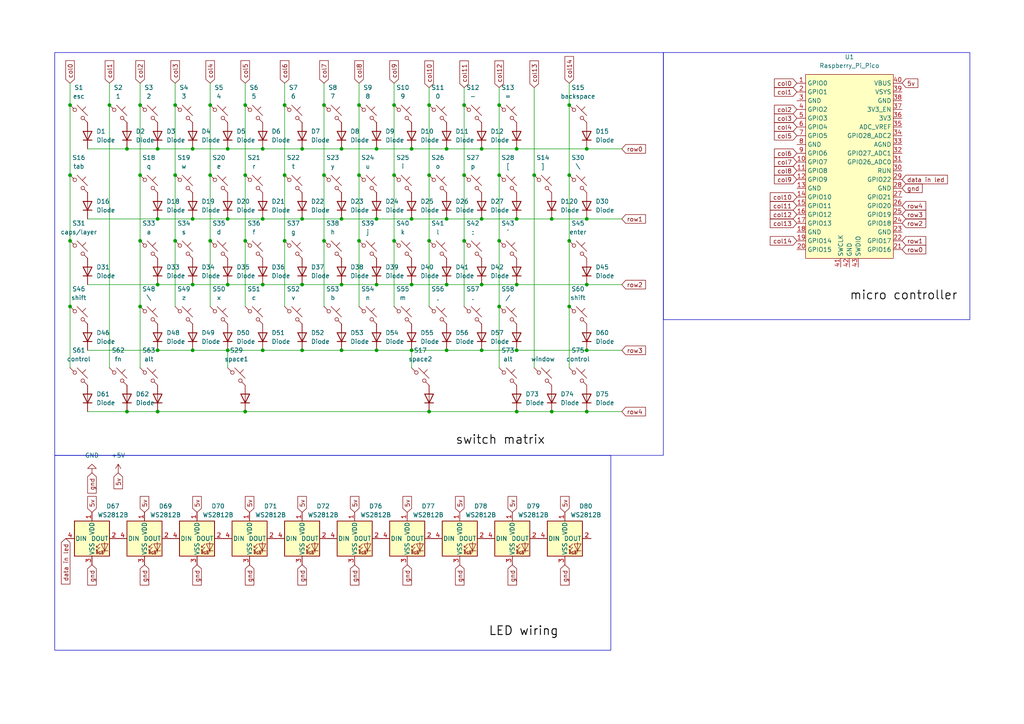
<source format=kicad_sch>
(kicad_sch (version 20250114) (generator "eeschema") (generator_version "9.0")
  (paper "A4")
  (lib_symbols
    (symbol "LED:WS2812B" (pin_names (offset 0.254))
      (property "Reference" "D" (at 5.08 5.715 0))
      (property "Value" "WS2812B" (at 1.27 -5.715 0))
      (symbol "WS2812B_0_0"
        (text "RGB" (at 2.286 -4.191 0) (effects (font (size 0.762 0.762))))
      )
      (symbol "WS2812B_1_1"
        (pin input line (at -7.62 0 0) (length 2.54) (name "DIN") (number "4"))
        (pin power_in line (at 0 7.62 270) (length 2.54) (name "VDD") (number "1"))
        (pin power_in line (at 0 -7.62 90) (length 2.54) (name "VSS") (number "3"))
        (pin output line (at 7.62 0 180) (length 2.54) (name "DOUT") (number "2"))
      )
    )
    (symbol "ScottoKeebs:MCU_Raspberry_Pi_Pico"
      (property "Reference" "U" (at 0 0 0))
      (property "Value" "Raspberry_Pi_Pico" (at 0 27.94 0))
      (symbol "MCU_Raspberry_Pi_Pico_1_1"
        (pin bidirectional line (at -15.24 24.13 0) (length 2.54) (name "GPIO0") (number "1"))
        (pin bidirectional line (at -15.24 21.59 0) (length 2.54) (name "GPIO1") (number "2"))
        (pin power_in line (at -15.24 19.05 0) (length 2.54) (name "GND") (number "3"))
        (pin bidirectional line (at -15.24 16.51 0) (length 2.54) (name "GPIO2") (number "4"))
        (pin bidirectional line (at -15.24 13.97 0) (length 2.54) (name "GPIO3") (number "5"))
        (pin bidirectional line (at -15.24 11.43 0) (length 2.54) (name "GPIO4") (number "6"))
        (pin bidirectional line (at -15.24 8.89 0) (length 2.54) (name "GPIO5") (number "7"))
        (pin power_in line (at -15.24 6.35 0) (length 2.54) (name "GND") (number "8"))
        (pin bidirectional line (at -15.24 3.81 0) (length 2.54) (name "GPIO6") (number "9"))
        (pin bidirectional line (at -15.24 1.27 0) (length 2.54) (name "GPIO7") (number "10"))
        (pin bidirectional line (at -15.24 -1.27 0) (length 2.54) (name "GPIO8") (number "11"))
        (pin bidirectional line (at -15.24 -3.81 0) (length 2.54) (name "GPIO9") (number "12"))
        (pin power_in line (at -15.24 -6.35 0) (length 2.54) (name "GND") (number "13"))
        (pin bidirectional line (at -15.24 -8.89 0) (length 2.54) (name "GPIO10") (number "14"))
        (pin bidirectional line (at -15.24 -11.43 0) (length 2.54) (name "GPIO11") (number "15"))
        (pin bidirectional line (at -15.24 -13.97 0) (length 2.54) (name "GPIO12") (number "16"))
        (pin bidirectional line (at -15.24 -16.51 0) (length 2.54) (name "GPIO13") (number "17"))
        (pin power_in line (at -15.24 -19.05 0) (length 2.54) (name "GND") (number "18"))
        (pin bidirectional line (at -15.24 -21.59 0) (length 2.54) (name "GPIO14") (number "19"))
        (pin bidirectional line (at -15.24 -24.13 0) (length 2.54) (name "GPIO15") (number "20"))
        (pin input line (at -2.54 -29.21 90) (length 2.54) (name "SWCLK") (number "41"))
        (pin power_in line (at 0 -29.21 90) (length 2.54) (name "GND") (number "42"))
        (pin bidirectional line (at 2.54 -29.21 90) (length 2.54) (name "SWDIO") (number "43"))
        (pin power_in line (at 15.24 24.13 180) (length 2.54) (name "VBUS") (number "40"))
        (pin power_in line (at 15.24 21.59 180) (length 2.54) (name "VSYS") (number "39"))
        (pin bidirectional line (at 15.24 19.05 180) (length 2.54) (name "GND") (number "38"))
        (pin input line (at 15.24 16.51 180) (length 2.54) (name "3V3_EN") (number "37"))
        (pin power_in line (at 15.24 13.97 180) (length 2.54) (name "3V3") (number "36"))
        (pin power_in line (at 15.24 11.43 180) (length 2.54) (name "ADC_VREF") (number "35"))
        (pin bidirectional line (at 15.24 8.89 180) (length 2.54) (name "GPIO28_ADC2") (number "34"))
        (pin power_in line (at 15.24 6.35 180) (length 2.54) (name "AGND") (number "33"))
        (pin bidirectional line (at 15.24 3.81 180) (length 2.54) (name "GPIO27_ADC1") (number "32"))
        (pin bidirectional line (at 15.24 1.27 180) (length 2.54) (name "GPIO26_ADC0") (number "31"))
        (pin input line (at 15.24 -1.27 180) (length 2.54) (name "RUN") (number "30"))
        (pin bidirectional line (at 15.24 -3.81 180) (length 2.54) (name "GPIO22") (number "29"))
        (pin power_in line (at 15.24 -6.35 180) (length 2.54) (name "GND") (number "28"))
        (pin bidirectional line (at 15.24 -8.89 180) (length 2.54) (name "GPIO21") (number "27"))
        (pin bidirectional line (at 15.24 -11.43 180) (length 2.54) (name "GPIO20") (number "26"))
        (pin bidirectional line (at 15.24 -13.97 180) (length 2.54) (name "GPIO19") (number "25"))
        (pin bidirectional line (at 15.24 -16.51 180) (length 2.54) (name "GPIO18") (number "24"))
        (pin power_in line (at 15.24 -19.05 180) (length 2.54) (name "GND") (number "23"))
        (pin bidirectional line (at 15.24 -21.59 180) (length 2.54) (name "GPIO17") (number "22"))
        (pin bidirectional line (at 15.24 -24.13 180) (length 2.54) (name "GPIO16") (number "21"))
      )
    )
    (symbol "ScottoKeebs:Placeholder_Diode" (pin_numbers (hide yes)) (pin_names (hide yes))
      (property "Reference" "D" (at 0 2.54 0))
      (property "Value" "Diode" (at 0 -2.54 0))
      (symbol "Placeholder_Diode_1_1"
        (pin passive line (at -3.81 0 0) (length 2.54) (name "K") (number "1"))
        (pin passive line (at 3.81 0 180) (length 2.54) (name "A") (number "2"))
      )
    )
    (symbol "ScottoKeebs:Placeholder_Keyswitch" (pin_numbers (hide yes)) (pin_names (offset 1.016) (hide yes))
      (property "Reference" "S" (at 3.048 1.016 0))
      (property "Value" "Keyswitch" (at 0 -3.81 0))
      (symbol "Placeholder_Keyswitch_0_1"
        (pin passive line (at -2.54 2.54 0) (length 0) (name "1") (number "1"))
        (pin passive line (at 2.54 -2.54 180) (length 0) (name "2") (number "2"))
      )
    )
    (symbol "power:+5V" (power) (pin_numbers (hide yes)) (pin_names (offset 0) (hide yes))
      (property "Value" "+5V" (at 0 3.556 0))
      (symbol "+5V_1_1"
        (pin power_in line (at 0 0 90) (length 0) (name "~") (number "1"))
      )
    )
    (symbol "power:GND" (power) (pin_numbers (hide yes)) (pin_names (offset 0) (hide yes))
      (property "Value" "GND" (at 0 -3.81 0))
      (symbol "GND_1_1"
        (pin power_in line (at 0 0 270) (length 0) (name "~") (number "1"))
      )
    )
  )
  (rectangle (start 192.405 15.24) (end 281.305 92.71))
  (rectangle (start 15.875 132.08) (end 177.165 188.595))
  (rectangle (start 15.875 15.24) (end 192.405 132.08))
  (text "LED wiring" (at 151.892 183.134 0) (effects (font (size 2.54 2.54) (thickness 0.254) (bold yes))))
  (junction (at 129.54 43.18))
  (junction (at 104.14 69.85))
  (junction (at 114.3 69.85))
  (junction (at 144.78 50.8))
  (junction (at 165.1 30.48))
  (junction (at 87.63 63.5))
  (junction (at 20.32 69.85))
  (junction (at 76.2 63.5))
  (junction (at 66.04 43.18))
  (junction (at 87.63 101.6))
  (junction (at 119.38 101.6))
  (junction (at 139.7 82.55))
  (junction (at 129.54 101.6))
  (junction (at 129.54 82.55))
  (junction (at 20.32 30.48))
  (junction (at 45.72 101.6))
  (junction (at 55.88 101.6))
  (junction (at 160.02 63.5))
  (junction (at 139.7 101.6))
  (junction (at 149.86 63.5))
  (junction (at 71.12 30.48))
  (junction (at 71.12 69.85))
  (junction (at 114.3 50.8))
  (junction (at 60.96 30.48))
  (junction (at 119.38 82.55))
  (junction (at 139.7 43.18))
  (junction (at 76.2 101.6))
  (junction (at 109.22 63.5))
  (junction (at 129.54 63.5))
  (junction (at 134.62 30.48))
  (junction (at 165.1 50.8))
  (junction (at 160.02 119.38))
  (junction (at 154.94 50.8))
  (junction (at 55.88 82.55))
  (junction (at 87.63 43.18))
  (junction (at 36.83 43.18))
  (junction (at 82.55 30.48))
  (junction (at 124.46 50.8))
  (junction (at 50.8 50.8))
  (junction (at 119.38 43.18))
  (junction (at 50.8 30.48))
  (junction (at 144.78 69.85))
  (junction (at 40.64 30.48))
  (junction (at 66.04 82.55))
  (junction (at 134.62 69.85))
  (junction (at 66.04 101.6))
  (junction (at 93.98 30.48))
  (junction (at 109.22 82.55))
  (junction (at 149.86 43.18))
  (junction (at 82.55 69.85))
  (junction (at 50.8 69.85))
  (junction (at 93.98 50.8))
  (junction (at 76.2 82.55))
  (junction (at 93.98 69.85))
  (junction (at 82.55 50.8))
  (junction (at 45.72 82.55))
  (junction (at 104.14 50.8))
  (junction (at 45.72 63.5))
  (junction (at 170.18 82.55))
  (junction (at 36.83 119.38))
  (junction (at 99.06 101.6))
  (junction (at 71.12 119.38))
  (junction (at 165.1 88.9))
  (junction (at 99.06 63.5))
  (junction (at 170.18 119.38))
  (junction (at 40.64 88.9))
  (junction (at 119.38 63.5))
  (junction (at 144.78 30.48))
  (junction (at 20.32 50.8))
  (junction (at 109.22 43.18))
  (junction (at 149.86 101.6))
  (junction (at 144.78 88.9))
  (junction (at 76.2 43.18))
  (junction (at 87.63 82.55))
  (junction (at 165.1 69.85))
  (junction (at 170.18 43.18))
  (junction (at 124.46 30.48))
  (junction (at 170.18 101.6))
  (junction (at 55.88 63.5))
  (junction (at 124.46 69.85))
  (junction (at 60.96 50.8))
  (junction (at 66.04 63.5))
  (junction (at 134.62 50.8))
  (junction (at 170.18 63.5))
  (junction (at 99.06 82.55))
  (junction (at 139.7 63.5))
  (junction (at 40.64 50.8))
  (junction (at 149.86 82.55))
  (junction (at 114.3 30.48))
  (junction (at 104.14 30.48))
  (junction (at 55.88 43.18))
  (junction (at 45.72 119.38))
  (junction (at 40.64 69.85))
  (junction (at 31.75 30.48))
  (junction (at 60.96 69.85))
  (junction (at 99.06 43.18))
  (junction (at 124.46 119.38))
  (junction (at 149.86 119.38))
  (junction (at 20.32 88.9))
  (junction (at 109.22 101.6))
  (junction (at 45.72 43.18))
  (junction (at 71.12 50.8))
  (wire (pts (xy 114.3 30.48) (xy 114.3 50.8)))
  (wire (pts (xy 165.1 88.9) (xy 165.1 106.68)))
  (wire (pts (xy 71.12 24.13) (xy 71.12 30.48)))
  (wire (pts (xy 82.55 30.48) (xy 82.55 50.8)))
  (wire (pts (xy 165.1 30.48) (xy 165.1 50.8)))
  (wire (pts (xy 170.18 43.18) (xy 180.34 43.18)))
  (wire (pts (xy 36.83 119.38) (xy 45.72 119.38)))
  (wire (pts (xy 144.78 25.4) (xy 144.78 30.48)))
  (wire (pts (xy 71.12 50.8) (xy 71.12 69.85)))
  (wire (pts (xy 36.83 43.18) (xy 45.72 43.18)))
  (wire (pts (xy 66.04 43.18) (xy 76.2 43.18)))
  (wire (pts (xy 160.02 119.38) (xy 170.18 119.38)))
  (wire (pts (xy 129.54 101.6) (xy 139.7 101.6)))
  (wire (pts (xy 149.86 101.6) (xy 170.18 101.6)))
  (wire (pts (xy 31.75 30.48) (xy 31.75 106.68)))
  (wire (pts (xy 109.22 101.6) (xy 119.38 101.6)))
  (wire (pts (xy 87.63 82.55) (xy 99.06 82.55)))
  (wire (pts (xy 55.88 101.6) (xy 66.04 101.6)))
  (wire (pts (xy 87.63 63.5) (xy 99.06 63.5)))
  (wire (pts (xy 82.55 69.85) (xy 82.55 88.9)))
  (wire (pts (xy 144.78 88.9) (xy 144.78 106.68)))
  (wire (pts (xy 149.86 82.55) (xy 170.18 82.55)))
  (wire (pts (xy 154.94 50.8) (xy 154.94 106.68)))
  (wire (pts (xy 180.34 119.38) (xy 170.18 119.38)))
  (wire (pts (xy 129.54 82.55) (xy 139.7 82.55)))
  (wire (pts (xy 40.64 88.9) (xy 40.64 106.68)))
  (wire (pts (xy 124.46 30.48) (xy 124.46 50.8)))
  (wire (pts (xy 124.46 50.8) (xy 124.46 69.85)))
  (wire (pts (xy 45.72 82.55) (xy 55.88 82.55)))
  (wire (pts (xy 55.88 43.18) (xy 66.04 43.18)))
  (wire (pts (xy 87.63 101.6) (xy 99.06 101.6)))
  (wire (pts (xy 45.72 63.5) (xy 55.88 63.5)))
  (wire (pts (xy 119.38 82.55) (xy 129.54 82.55)))
  (wire (pts (xy 109.22 82.55) (xy 119.38 82.55)))
  (wire (pts (xy 25.4 43.18) (xy 36.83 43.18)))
  (wire (pts (xy 76.2 82.55) (xy 87.63 82.55)))
  (wire (pts (xy 93.98 30.48) (xy 93.98 50.8)))
  (wire (pts (xy 134.62 25.4) (xy 134.62 30.48)))
  (wire (pts (xy 71.12 69.85) (xy 71.12 88.9)))
  (wire (pts (xy 134.62 69.85) (xy 134.62 88.9)))
  (wire (pts (xy 134.62 50.8) (xy 134.62 69.85)))
  (wire (pts (xy 60.96 50.8) (xy 60.96 69.85)))
  (wire (pts (xy 124.46 25.4) (xy 124.46 30.48)))
  (wire (pts (xy 114.3 69.85) (xy 114.3 88.9)))
  (wire (pts (xy 99.06 101.6) (xy 109.22 101.6)))
  (wire (pts (xy 144.78 30.48) (xy 144.78 50.8)))
  (wire (pts (xy 87.63 43.18) (xy 99.06 43.18)))
  (wire (pts (xy 40.64 24.13) (xy 40.64 30.48)))
  (wire (pts (xy 45.72 43.18) (xy 55.88 43.18)))
  (wire (pts (xy 104.14 24.13) (xy 104.14 30.48)))
  (wire (pts (xy 109.22 63.5) (xy 119.38 63.5)))
  (wire (pts (xy 25.4 101.6) (xy 45.72 101.6)))
  (wire (pts (xy 139.7 43.18) (xy 149.86 43.18)))
  (wire (pts (xy 165.1 69.85) (xy 165.1 88.9)))
  (wire (pts (xy 76.2 43.18) (xy 87.63 43.18)))
  (wire (pts (xy 45.72 119.38) (xy 71.12 119.38)))
  (wire (pts (xy 20.32 50.8) (xy 20.32 69.85)))
  (wire (pts (xy 55.88 63.5) (xy 66.04 63.5)))
  (wire (pts (xy 20.32 24.13) (xy 20.32 30.48)))
  (wire (pts (xy 40.64 50.8) (xy 40.64 69.85)))
  (wire (pts (xy 165.1 24.13) (xy 165.1 30.48)))
  (wire (pts (xy 99.06 82.55) (xy 109.22 82.55)))
  (wire (pts (xy 20.32 88.9) (xy 20.32 106.68)))
  (wire (pts (xy 60.96 30.48) (xy 60.96 50.8)))
  (wire (pts (xy 119.38 101.6) (xy 119.38 106.68)))
  (wire (pts (xy 129.54 63.5) (xy 139.7 63.5)))
  (wire (pts (xy 60.96 69.85) (xy 60.96 88.9)))
  (wire (pts (xy 25.4 82.55) (xy 45.72 82.55)))
  (wire (pts (xy 82.55 50.8) (xy 82.55 69.85)))
  (wire (pts (xy 82.55 24.13) (xy 82.55 30.48)))
  (wire (pts (xy 139.7 82.55) (xy 149.86 82.55)))
  (wire (pts (xy 45.72 101.6) (xy 55.88 101.6)))
  (wire (pts (xy 149.86 119.38) (xy 160.02 119.38)))
  (wire (pts (xy 170.18 63.5) (xy 180.34 63.5)))
  (wire (pts (xy 76.2 101.6) (xy 87.63 101.6)))
  (wire (pts (xy 124.46 69.85) (xy 124.46 88.9)))
  (wire (pts (xy 139.7 101.6) (xy 149.86 101.6)))
  (wire (pts (xy 55.88 82.55) (xy 66.04 82.55)))
  (wire (pts (xy 66.04 82.55) (xy 76.2 82.55)))
  (wire (pts (xy 129.54 43.18) (xy 139.7 43.18)))
  (wire (pts (xy 71.12 30.48) (xy 71.12 50.8)))
  (wire (pts (xy 71.12 119.38) (xy 124.46 119.38)))
  (wire (pts (xy 124.46 119.38) (xy 149.86 119.38)))
  (wire (pts (xy 119.38 101.6) (xy 129.54 101.6)))
  (wire (pts (xy 31.75 24.13) (xy 31.75 30.48)))
  (wire (pts (xy 66.04 101.6) (xy 66.04 106.68)))
  (wire (pts (xy 104.14 30.48) (xy 104.14 50.8)))
  (wire (pts (xy 25.4 63.5) (xy 45.72 63.5)))
  (wire (pts (xy 93.98 50.8) (xy 93.98 69.85)))
  (wire (pts (xy 114.3 50.8) (xy 114.3 69.85)))
  (wire (pts (xy 154.94 25.4) (xy 154.94 50.8)))
  (wire (pts (xy 109.22 43.18) (xy 119.38 43.18)))
  (wire (pts (xy 139.7 63.5) (xy 149.86 63.5)))
  (wire (pts (xy 144.78 69.85) (xy 144.78 88.9)))
  (wire (pts (xy 149.86 63.5) (xy 160.02 63.5)))
  (wire (pts (xy 93.98 69.85) (xy 93.98 88.9)))
  (wire (pts (xy 50.8 30.48) (xy 50.8 50.8)))
  (wire (pts (xy 104.14 69.85) (xy 104.14 88.9)))
  (wire (pts (xy 60.96 24.13) (xy 60.96 30.48)))
  (wire (pts (xy 160.02 63.5) (xy 170.18 63.5)))
  (wire (pts (xy 149.86 43.18) (xy 170.18 43.18)))
  (wire (pts (xy 25.4 119.38) (xy 36.83 119.38)))
  (wire (pts (xy 134.62 30.48) (xy 134.62 50.8)))
  (wire (pts (xy 180.34 101.6) (xy 170.18 101.6)))
  (wire (pts (xy 76.2 63.5) (xy 87.63 63.5)))
  (wire (pts (xy 99.06 63.5) (xy 109.22 63.5)))
  (wire (pts (xy 180.34 82.55) (xy 170.18 82.55)))
  (wire (pts (xy 119.38 43.18) (xy 129.54 43.18)))
  (wire (pts (xy 119.38 63.5) (xy 129.54 63.5)))
  (wire (pts (xy 99.06 43.18) (xy 109.22 43.18)))
  (wire (pts (xy 20.32 30.48) (xy 20.32 50.8)))
  (wire (pts (xy 20.32 69.85) (xy 20.32 88.9)))
  (wire (pts (xy 50.8 50.8) (xy 50.8 69.85)))
  (wire (pts (xy 66.04 63.5) (xy 76.2 63.5)))
  (wire (pts (xy 66.04 101.6) (xy 76.2 101.6)))
  (wire (pts (xy 40.64 30.48) (xy 40.64 50.8)))
  (wire (pts (xy 50.8 69.85) (xy 50.8 88.9)))
  (wire (pts (xy 165.1 50.8) (xy 165.1 69.85)))
  (wire (pts (xy 40.64 69.85) (xy 40.64 88.9)))
  (wire (pts (xy 50.8 24.13) (xy 50.8 30.48)))
  (wire (pts (xy 104.14 50.8) (xy 104.14 69.85)))
  (wire (pts (xy 144.78 50.8) (xy 144.78 69.85)))
  (wire (pts (xy 93.98 24.13) (xy 93.98 30.48)))
  (wire (pts (xy 114.3 24.13) (xy 114.3 30.48)))
  (label "micro controller" (at 246.38 87.63 0) (effects (font (size 2.54 2.54) (thickness 0.254) (bold yes))))
  (label "switch matrix" (at 132.08 129.54 0) (effects (font (size 2.54 2.54) (thickness 0.254) (bold yes))))
  (global_label "row2" (shape input) (at 180.34 82.55 0) (property "Intersheetrefs" "${INTERSHEET_REFS}" (effects (hide yes))))
  (global_label "row1" (shape input) (at 261.62 69.85 0) (property "Intersheetrefs" "${INTERSHEET_REFS}" (effects (hide yes))))
  (global_label "col5" (shape input) (at 231.14 39.37 180) (property "Intersheetrefs" "${INTERSHEET_REFS}" (effects (hide yes))))
  (global_label "col12" (shape input) (at 231.14 62.23 180) (property "Intersheetrefs" "${INTERSHEET_REFS}" (effects (hide yes))))
  (global_label "col8" (shape input) (at 231.14 49.53 180) (property "Intersheetrefs" "${INTERSHEET_REFS}" (effects (hide yes))))
  (global_label "gnd" (shape input) (at 26.67 163.83 270) (property "Intersheetrefs" "${INTERSHEET_REFS}" (effects (hide yes))))
  (global_label "5v" (shape input) (at 148.59 148.59 90) (property "Intersheetrefs" "${INTERSHEET_REFS}" (effects (hide yes))))
  (global_label "row1" (shape input) (at 180.34 63.5 0) (property "Intersheetrefs" "${INTERSHEET_REFS}" (effects (hide yes))))
  (global_label "data in led" (shape input) (at 261.62 52.07 0) (property "Intersheetrefs" "${INTERSHEET_REFS}" (effects (hide yes))))
  (global_label "col12" (shape input) (at 144.78 25.4 90) (property "Intersheetrefs" "${INTERSHEET_REFS}" (effects (hide yes))))
  (global_label "gnd" (shape input) (at 26.67 137.16 270) (property "Intersheetrefs" "${INTERSHEET_REFS}" (effects (hide yes))))
  (global_label "col9" (shape input) (at 114.3 24.13 90) (property "Intersheetrefs" "${INTERSHEET_REFS}" (effects (hide yes))))
  (global_label "col2" (shape input) (at 231.14 31.75 180) (property "Intersheetrefs" "${INTERSHEET_REFS}" (effects (hide yes))))
  (global_label "col0" (shape input) (at 231.14 24.13 180) (property "Intersheetrefs" "${INTERSHEET_REFS}" (effects (hide yes))))
  (global_label "col1" (shape input) (at 31.75 24.13 90) (property "Intersheetrefs" "${INTERSHEET_REFS}" (effects (hide yes))))
  (global_label "5v" (shape input) (at 41.91 148.59 90) (property "Intersheetrefs" "${INTERSHEET_REFS}" (effects (hide yes))))
  (global_label "gnd" (shape input) (at 133.35 163.83 270) (property "Intersheetrefs" "${INTERSHEET_REFS}" (effects (hide yes))))
  (global_label "col1" (shape input) (at 231.14 26.67 180) (property "Intersheetrefs" "${INTERSHEET_REFS}" (effects (hide yes))))
  (global_label "col4" (shape input) (at 231.14 36.83 180) (property "Intersheetrefs" "${INTERSHEET_REFS}" (effects (hide yes))))
  (global_label "col3" (shape input) (at 50.8 24.13 90) (property "Intersheetrefs" "${INTERSHEET_REFS}" (effects (hide yes))))
  (global_label "col2" (shape input) (at 40.64 24.13 90) (property "Intersheetrefs" "${INTERSHEET_REFS}" (effects (hide yes))))
  (global_label "row0" (shape input) (at 180.34 43.18 0) (property "Intersheetrefs" "${INTERSHEET_REFS}" (effects (hide yes))))
  (global_label "data in led" (shape input) (at 19.05 156.21 270) (property "Intersheetrefs" "${INTERSHEET_REFS}" (effects (hide yes))))
  (global_label "5v" (shape input) (at 34.29 137.16 270) (property "Intersheetrefs" "${INTERSHEET_REFS}" (effects (hide yes))))
  (global_label "col4" (shape input) (at 60.96 24.13 90) (property "Intersheetrefs" "${INTERSHEET_REFS}" (effects (hide yes))))
  (global_label "gnd" (shape input) (at 102.87 163.83 270) (property "Intersheetrefs" "${INTERSHEET_REFS}" (effects (hide yes))))
  (global_label "gnd" (shape input) (at 261.62 54.61 0) (property "Intersheetrefs" "${INTERSHEET_REFS}" (effects (hide yes))))
  (global_label "gnd" (shape input) (at 118.11 163.83 270) (property "Intersheetrefs" "${INTERSHEET_REFS}" (effects (hide yes))))
  (global_label "5v" (shape input) (at 72.39 148.59 90) (property "Intersheetrefs" "${INTERSHEET_REFS}" (effects (hide yes))))
  (global_label "col8" (shape input) (at 104.14 24.13 90) (property "Intersheetrefs" "${INTERSHEET_REFS}" (effects (hide yes))))
  (global_label "5v" (shape input) (at 133.35 148.59 90) (property "Intersheetrefs" "${INTERSHEET_REFS}" (effects (hide yes))))
  (global_label "col11" (shape input) (at 231.14 59.69 180) (property "Intersheetrefs" "${INTERSHEET_REFS}" (effects (hide yes))))
  (global_label "col6" (shape input) (at 231.14 44.45 180) (property "Intersheetrefs" "${INTERSHEET_REFS}" (effects (hide yes))))
  (global_label "col3" (shape input) (at 231.14 34.29 180) (property "Intersheetrefs" "${INTERSHEET_REFS}" (effects (hide yes))))
  (global_label "col6" (shape input) (at 82.55 24.13 90) (property "Intersheetrefs" "${INTERSHEET_REFS}" (effects (hide yes))))
  (global_label "5v" (shape input) (at 102.87 148.59 90) (property "Intersheetrefs" "${INTERSHEET_REFS}" (effects (hide yes))))
  (global_label "5v" (shape input) (at 118.11 148.59 90) (property "Intersheetrefs" "${INTERSHEET_REFS}" (effects (hide yes))))
  (global_label "col13" (shape input) (at 231.14 64.77 180) (property "Intersheetrefs" "${INTERSHEET_REFS}" (effects (hide yes))))
  (global_label "col10" (shape input) (at 124.46 25.4 90) (property "Intersheetrefs" "${INTERSHEET_REFS}" (effects (hide yes))))
  (global_label "row3" (shape input) (at 261.62 62.23 0) (property "Intersheetrefs" "${INTERSHEET_REFS}" (effects (hide yes))))
  (global_label "gnd" (shape input) (at 148.59 163.83 270) (property "Intersheetrefs" "${INTERSHEET_REFS}" (effects (hide yes))))
  (global_label "gnd" (shape input) (at 87.63 163.83 270) (property "Intersheetrefs" "${INTERSHEET_REFS}" (effects (hide yes))))
  (global_label "gnd" (shape input) (at 72.39 163.83 270) (property "Intersheetrefs" "${INTERSHEET_REFS}" (effects (hide yes))))
  (global_label "row3" (shape input) (at 180.34 101.6 0) (property "Intersheetrefs" "${INTERSHEET_REFS}" (effects (hide yes))))
  (global_label "col7" (shape input) (at 93.98 24.13 90) (property "Intersheetrefs" "${INTERSHEET_REFS}" (effects (hide yes))))
  (global_label "col14" (shape input) (at 165.1 24.13 90) (property "Intersheetrefs" "${INTERSHEET_REFS}" (effects (hide yes))))
  (global_label "col0" (shape input) (at 20.32 24.13 90) (property "Intersheetrefs" "${INTERSHEET_REFS}" (effects (hide yes))))
  (global_label "row0" (shape input) (at 261.62 72.39 0) (property "Intersheetrefs" "${INTERSHEET_REFS}" (effects (hide yes))))
  (global_label "col5" (shape input) (at 71.12 24.13 90) (property "Intersheetrefs" "${INTERSHEET_REFS}" (effects (hide yes))))
  (global_label "col7" (shape input) (at 231.14 46.99 180) (property "Intersheetrefs" "${INTERSHEET_REFS}" (effects (hide yes))))
  (global_label "gnd" (shape input) (at 163.83 163.83 270) (property "Intersheetrefs" "${INTERSHEET_REFS}" (effects (hide yes))))
  (global_label "col9" (shape input) (at 231.14 52.07 180) (property "Intersheetrefs" "${INTERSHEET_REFS}" (effects (hide yes))))
  (global_label "gnd" (shape input) (at 41.91 163.83 270) (property "Intersheetrefs" "${INTERSHEET_REFS}" (effects (hide yes))))
  (global_label "5v" (shape input) (at 261.62 24.13 0) (property "Intersheetrefs" "${INTERSHEET_REFS}" (effects (hide yes))))
  (global_label "row4" (shape input) (at 261.62 59.69 0) (property "Intersheetrefs" "${INTERSHEET_REFS}" (effects (hide yes))))
  (global_label "row2" (shape input) (at 261.62 64.77 0) (property "Intersheetrefs" "${INTERSHEET_REFS}" (effects (hide yes))))
  (global_label "5v" (shape input) (at 57.15 148.59 90) (property "Intersheetrefs" "${INTERSHEET_REFS}" (effects (hide yes))))
  (global_label "col14" (shape input) (at 231.14 69.85 180) (property "Intersheetrefs" "${INTERSHEET_REFS}" (effects (hide yes))))
  (global_label "5v" (shape input) (at 163.83 148.59 90) (property "Intersheetrefs" "${INTERSHEET_REFS}" (effects (hide yes))))
  (global_label "col11" (shape input) (at 134.62 25.4 90) (property "Intersheetrefs" "${INTERSHEET_REFS}" (effects (hide yes))))
  (global_label "col13" (shape input) (at 154.94 25.4 90) (property "Intersheetrefs" "${INTERSHEET_REFS}" (effects (hide yes))))
  (global_label "gnd" (shape input) (at 57.15 163.83 270) (property "Intersheetrefs" "${INTERSHEET_REFS}" (effects (hide yes))))
  (global_label "col10" (shape input) (at 231.14 57.15 180) (property "Intersheetrefs" "${INTERSHEET_REFS}" (effects (hide yes))))
  (global_label "5v" (shape input) (at 26.67 148.59 90) (property "Intersheetrefs" "${INTERSHEET_REFS}" (effects (hide yes))))
  (global_label "row4" (shape input) (at 180.34 119.38 0) (property "Intersheetrefs" "${INTERSHEET_REFS}" (effects (hide yes))))
  (global_label "5v" (shape input) (at 87.63 148.59 90) (property "Intersheetrefs" "${INTERSHEET_REFS}" (effects (hide yes))))
  (symbol (lib_id "ScottoKeebs:Placeholder_Keyswitch") (at 63.5 33.02 0) (unit 1)
    (property "Reference" "S5" (at 63.5 25.4 0))
    (property "Value" "4" (at 63.5 27.94 0))
    (property "Footprint" "PCM_Switch_Keyboard_Hotswap_Kailh:SW_Hotswap_Kailh_Choc_V1V2_1.00u" (effects (hide yes)))
    (property "Description" "Push button switch, normally open, two pins, 45° tilted" (effects (hide yes)))
  )
  (symbol (lib_id "ScottoKeebs:Placeholder_Diode") (at 45.72 59.69 90) (unit 1)
    (property "Reference" "D18" (at 48.26 58.4199 90) (effects (justify right)))
    (property "Value" "Diode" (at 48.26 60.9599 90) (effects (justify right)))
    (property "Footprint" "Diode_SMD:D_SOD-123F" (effects (hide yes)))
    (property "Description" "1N4148 (DO-35) or 1N4148W (SOD-123)" (effects (hide yes)))
    (property "Sim.Device" "D" (effects (hide yes)))
    (property "Sim.Pins" "1=K 2=A" (effects (hide yes)))
  )
  (symbol (lib_id "ScottoKeebs:Placeholder_Diode") (at 45.72 78.74 90) (unit 1)
    (property "Reference" "D33" (at 48.26 77.4699 90) (effects (justify right)))
    (property "Value" "Diode" (at 48.26 80.0099 90) (effects (justify right)))
    (property "Footprint" "Diode_SMD:D_SOD-123F" (effects (hide yes)))
    (property "Description" "1N4148 (DO-35) or 1N4148W (SOD-123)" (effects (hide yes)))
    (property "Sim.Device" "D" (effects (hide yes)))
    (property "Sim.Pins" "1=K 2=A" (effects (hide yes)))
  )
  (symbol (lib_id "ScottoKeebs:Placeholder_Keyswitch") (at 147.32 33.02 0) (unit 1)
    (property "Reference" "S13" (at 147.32 25.4 0))
    (property "Value" "=" (at 147.32 27.94 0))
    (property "Footprint" "PCM_Switch_Keyboard_Hotswap_Kailh:SW_Hotswap_Kailh_Choc_V1V2_1.00u" (effects (hide yes)))
    (property "Description" "Push button switch, normally open, two pins, 45° tilted" (effects (hide yes)))
  )
  (symbol (lib_id "ScottoKeebs:Placeholder_Diode") (at 149.86 78.74 90) (unit 1)
    (property "Reference" "D43" (effects (hide yes)))
    (property "Value" "Diode" (effects (hide yes)))
    (property "Footprint" "Diode_SMD:D_SOD-123F" (effects (hide yes)))
    (property "Description" "1N4148 (DO-35) or 1N4148W (SOD-123)" (effects (hide yes)))
    (property "Sim.Device" "D" (effects (hide yes)))
    (property "Sim.Pins" "1=K 2=A" (effects (hide yes)))
  )
  (symbol (lib_id "LED:WS2812B") (at 26.67 156.21 0) (unit 1)
    (property "Reference" "D67" (at 32.766 146.812 0))
    (property "Value" "WS2812B" (at 32.766 149.352 0))
    (property "Footprint" "LED_SMD:LED_WS2812B_PLCC4_5.0x5.0mm_P3.2mm" (effects (hide yes)))
    (property "Datasheet" "https://cdn-shop.adafruit.com/datasheets/WS2812B.pdf" (effects (hide yes)))
    (property "Description" "RGB LED with integrated controller" (effects (hide yes)))
  )
  (symbol (lib_id "ScottoKeebs:Placeholder_Diode") (at 139.7 39.37 90) (unit 1)
    (property "Reference" "D12" (at 142.24 38.0999 90) (effects (justify right)))
    (property "Value" "Diode" (at 142.24 40.6399 90) (effects (justify right)))
    (property "Footprint" "Diode_SMD:D_SOD-123F" (effects (hide yes)))
    (property "Description" "1N4148 (DO-35) or 1N4148W (SOD-123)" (effects (hide yes)))
    (property "Sim.Device" "D" (effects (hide yes)))
    (property "Sim.Pins" "1=K 2=A" (effects (hide yes)))
  )
  (symbol (lib_id "LED:WS2812B") (at 163.83 156.21 0) (unit 1)
    (property "Reference" "D80" (at 169.926 146.812 0))
    (property "Value" "WS2812B" (at 169.926 149.352 0))
    (property "Footprint" "LED_SMD:LED_WS2812B_PLCC4_5.0x5.0mm_P3.2mm" (effects (hide yes)))
    (property "Datasheet" "https://cdn-shop.adafruit.com/datasheets/WS2812B.pdf" (effects (hide yes)))
    (property "Description" "RGB LED with integrated controller" (effects (hide yes)))
  )
  (symbol (lib_id "ScottoKeebs:Placeholder_Keyswitch") (at 127 33.02 0) (unit 1)
    (property "Reference" "S11" (at 127 25.4 0))
    (property "Value" "0" (at 127 27.94 0))
    (property "Footprint" "PCM_Switch_Keyboard_Hotswap_Kailh:SW_Hotswap_Kailh_Choc_V1V2_1.00u" (effects (hide yes)))
    (property "Description" "Push button switch, normally open, two pins, 45° tilted" (effects (hide yes)))
  )
  (symbol (lib_id "ScottoKeebs:Placeholder_Keyswitch") (at 22.86 33.02 0) (unit 1)
    (property "Reference" "S1" (at 22.86 25.4 0))
    (property "Value" "esc" (at 22.86 27.94 0))
    (property "Footprint" "PCM_Switch_Keyboard_Hotswap_Kailh:SW_Hotswap_Kailh_Choc_V1V2_1.00u" (effects (hide yes)))
    (property "Description" "Push button switch, normally open, two pins, 45° tilted" (effects (hide yes)))
  )
  (symbol (lib_id "power:GND") (at 26.67 137.16 180) (unit 1)
    (property "Reference" "#PWR01" (effects (hide yes)))
    (property "Value" "GND" (at 26.67 132.08 0))
    (property "Description" "Power symbol creates a global label with name \"GND\" , ground" (effects (hide yes)))
  )
  (symbol (lib_id "ScottoKeebs:Placeholder_Diode") (at 55.88 59.69 90) (unit 1)
    (property "Reference" "D19" (at 58.42 58.4199 90) (effects (justify right)))
    (property "Value" "Diode" (at 58.42 60.9599 90) (effects (justify right)))
    (property "Footprint" "Diode_SMD:D_SOD-123F" (effects (hide yes)))
    (property "Description" "1N4148 (DO-35) or 1N4148W (SOD-123)" (effects (hide yes)))
    (property "Sim.Device" "D" (effects (hide yes)))
    (property "Sim.Pins" "1=K 2=A" (effects (hide yes)))
  )
  (symbol (lib_id "ScottoKeebs:Placeholder_Keyswitch") (at 85.09 53.34 0) (unit 1)
    (property "Reference" "S22" (at 85.09 45.72 0))
    (property "Value" "t" (at 85.09 48.26 0))
    (property "Footprint" "PCM_Switch_Keyboard_Hotswap_Kailh:SW_Hotswap_Kailh_Choc_V1V2_1.00u" (effects (hide yes)))
    (property "Description" "Push button switch, normally open, two pins, 45° tilted" (effects (hide yes)))
  )
  (symbol (lib_id "ScottoKeebs:Placeholder_Keyswitch") (at 147.32 91.44 0) (unit 1)
    (property "Reference" "S58" (at 147.32 83.82 0))
    (property "Value" "/" (at 147.32 86.36 0))
    (property "Footprint" "PCM_Switch_Keyboard_Hotswap_Kailh:SW_Hotswap_Kailh_Choc_V1V2_1.00u" (effects (hide yes)))
    (property "Description" "Push button switch, normally open, two pins, 45° tilted" (effects (hide yes)))
  )
  (symbol (lib_id "ScottoKeebs:Placeholder_Keyswitch") (at 43.18 72.39 0) (unit 1)
    (property "Reference" "S33" (at 43.18 64.77 0))
    (property "Value" "a" (at 43.18 67.31 0))
    (property "Footprint" "PCM_Switch_Keyboard_Hotswap_Kailh:SW_Hotswap_Kailh_Choc_V1V2_1.00u" (effects (hide yes)))
    (property "Description" "Push button switch, normally open, two pins, 45° tilted" (effects (hide yes)))
  )
  (symbol (lib_id "ScottoKeebs:Placeholder_Keyswitch") (at 127 72.39 0) (unit 1)
    (property "Reference" "S41" (at 127 64.77 0))
    (property "Value" "l" (at 127 67.31 0))
    (property "Footprint" "PCM_Switch_Keyboard_Hotswap_Kailh:SW_Hotswap_Kailh_Choc_V1V2_1.00u" (effects (hide yes)))
    (property "Description" "Push button switch, normally open, two pins, 45° tilted" (effects (hide yes)))
  )
  (symbol (lib_id "ScottoKeebs:Placeholder_Diode") (at 66.04 39.37 90) (unit 1)
    (property "Reference" "D5" (at 68.58 38.0999 90) (effects (justify right)))
    (property "Value" "Diode" (at 68.58 40.6399 90) (effects (justify right)))
    (property "Footprint" "Diode_SMD:D_SOD-123F" (effects (hide yes)))
    (property "Description" "1N4148 (DO-35) or 1N4148W (SOD-123)" (effects (hide yes)))
    (property "Sim.Device" "D" (effects (hide yes)))
    (property "Sim.Pins" "1=K 2=A" (effects (hide yes)))
  )
  (symbol (lib_id "ScottoKeebs:Placeholder_Keyswitch") (at 43.18 53.34 0) (unit 1)
    (property "Reference" "S18" (at 43.18 45.72 0))
    (property "Value" "q" (at 43.18 48.26 0))
    (property "Footprint" "PCM_Switch_Keyboard_Hotswap_Kailh:SW_Hotswap_Kailh_Choc_V1V2_1.00u" (effects (hide yes)))
    (property "Description" "Push button switch, normally open, two pins, 45° tilted" (effects (hide yes)))
  )
  (symbol (lib_id "ScottoKeebs:Placeholder_Keyswitch") (at 127 91.44 0) (unit 1)
    (property "Reference" "S56" (at 127 83.82 0))
    (property "Value" "," (at 127 86.36 0))
    (property "Footprint" "PCM_Switch_Keyboard_Hotswap_Kailh:SW_Hotswap_Kailh_Choc_V1V2_1.00u" (effects (hide yes)))
    (property "Description" "Push button switch, normally open, two pins, 45° tilted" (effects (hide yes)))
  )
  (symbol (lib_id "ScottoKeebs:Placeholder_Keyswitch") (at 53.34 53.34 0) (unit 1)
    (property "Reference" "S19" (at 53.34 45.72 0))
    (property "Value" "w" (at 53.34 48.26 0))
    (property "Footprint" "PCM_Switch_Keyboard_Hotswap_Kailh:SW_Hotswap_Kailh_Choc_V1V2_1.00u" (effects (hide yes)))
    (property "Description" "Push button switch, normally open, two pins, 45° tilted" (effects (hide yes)))
  )
  (symbol (lib_id "ScottoKeebs:Placeholder_Diode") (at 25.4 115.57 90) (unit 1)
    (property "Reference" "D61" (at 27.94 114.2999 90) (effects (justify right)))
    (property "Value" "Diode" (at 27.94 116.8399 90) (effects (justify right)))
    (property "Footprint" "Diode_SMD:D_SOD-123F" (effects (hide yes)))
    (property "Description" "1N4148 (DO-35) or 1N4148W (SOD-123)" (effects (hide yes)))
    (property "Sim.Device" "D" (effects (hide yes)))
    (property "Sim.Pins" "1=K 2=A" (effects (hide yes)))
  )
  (symbol (lib_id "power:+5V") (at 34.29 137.16 0) (unit 1)
    (property "Reference" "#PWR04" (effects (hide yes)))
    (property "Value" "+5V" (at 34.29 132.08 0))
    (property "Description" "Power symbol creates a global label with name \"+5V\"" (effects (hide yes)))
  )
  (symbol (lib_id "ScottoKeebs:Placeholder_Diode") (at 45.72 39.37 90) (unit 1)
    (property "Reference" "D3" (at 48.26 38.0999 90) (effects (justify right)))
    (property "Value" "Diode" (at 48.26 40.6399 90) (effects (justify right)))
    (property "Footprint" "Diode_SMD:D_SOD-123F" (effects (hide yes)))
    (property "Description" "1N4148 (DO-35) or 1N4148W (SOD-123)" (effects (hide yes)))
    (property "Sim.Device" "D" (effects (hide yes)))
    (property "Sim.Pins" "1=K 2=A" (effects (hide yes)))
  )
  (symbol (lib_id "ScottoKeebs:Placeholder_Diode") (at 139.7 97.79 90) (unit 1)
    (property "Reference" "D57" (at 142.24 96.5199 90) (effects (justify right)))
    (property "Value" "Diode" (at 142.24 99.0599 90) (effects (justify right)))
    (property "Footprint" "Diode_SMD:D_SOD-123F" (effects (hide yes)))
    (property "Description" "1N4148 (DO-35) or 1N4148W (SOD-123)" (effects (hide yes)))
    (property "Sim.Device" "D" (effects (hide yes)))
    (property "Sim.Pins" "1=K 2=A" (effects (hide yes)))
  )
  (symbol (lib_id "ScottoKeebs:Placeholder_Keyswitch") (at 73.66 53.34 0) (unit 1)
    (property "Reference" "S21" (at 73.66 45.72 0))
    (property "Value" "r" (at 73.66 48.26 0))
    (property "Footprint" "PCM_Switch_Keyboard_Hotswap_Kailh:SW_Hotswap_Kailh_Choc_V1V2_1.00u" (effects (hide yes)))
    (property "Description" "Push button switch, normally open, two pins, 45° tilted" (effects (hide yes)))
  )
  (symbol (lib_id "ScottoKeebs:Placeholder_Keyswitch") (at 34.29 33.02 0) (unit 1)
    (property "Reference" "S2" (at 34.29 25.4 0))
    (property "Value" "1" (at 34.29 27.94 0))
    (property "Footprint" "PCM_Switch_Keyboard_Hotswap_Kailh:SW_Hotswap_Kailh_Choc_V1V2_1.00u" (effects (hide yes)))
    (property "Description" "Push button switch, normally open, two pins, 45° tilted" (effects (hide yes)))
  )
  (symbol (lib_id "ScottoKeebs:Placeholder_Keyswitch") (at 96.52 53.34 0) (unit 1)
    (property "Reference" "S23" (at 96.52 45.72 0))
    (property "Value" "y" (at 96.52 48.26 0))
    (property "Footprint" "PCM_Switch_Keyboard_Hotswap_Kailh:SW_Hotswap_Kailh_Choc_V1V2_1.00u" (effects (hide yes)))
    (property "Description" "Push button switch, normally open, two pins, 45° tilted" (effects (hide yes)))
  )
  (symbol (lib_id "LED:WS2812B") (at 41.91 156.21 0) (unit 1)
    (property "Reference" "D69" (at 48.006 146.812 0))
    (property "Value" "WS2812B" (at 48.006 149.352 0))
    (property "Footprint" "LED_SMD:LED_WS2812B_PLCC4_5.0x5.0mm_P3.2mm" (effects (hide yes)))
    (property "Datasheet" "https://cdn-shop.adafruit.com/datasheets/WS2812B.pdf" (effects (hide yes)))
    (property "Description" "RGB LED with integrated controller" (effects (hide yes)))
  )
  (symbol (lib_id "ScottoKeebs:Placeholder_Keyswitch") (at 137.16 33.02 0) (unit 1)
    (property "Reference" "S12" (at 137.16 25.4 0))
    (property "Value" "-" (at 137.16 27.94 0))
    (property "Footprint" "PCM_Switch_Keyboard_Hotswap_Kailh:SW_Hotswap_Kailh_Choc_V1V2_1.00u" (effects (hide yes)))
    (property "Description" "Push button switch, normally open, two pins, 45° tilted" (effects (hide yes)))
  )
  (symbol (lib_id "ScottoKeebs:Placeholder_Diode") (at 36.83 39.37 90) (unit 1)
    (property "Reference" "D2" (at 39.37 38.0999 90) (effects (justify right)))
    (property "Value" "Diode" (at 39.37 40.6399 90) (effects (justify right)))
    (property "Footprint" "Diode_SMD:D_SOD-123F" (effects (hide yes)))
    (property "Description" "1N4148 (DO-35) or 1N4148W (SOD-123)" (effects (hide yes)))
    (property "Sim.Device" "D" (effects (hide yes)))
    (property "Sim.Pins" "1=K 2=A" (effects (hide yes)))
  )
  (symbol (lib_id "ScottoKeebs:Placeholder_Keyswitch") (at 147.32 72.39 0) (unit 1)
    (property "Reference" "S43" (at 147.32 64.77 0))
    (property "Value" "'" (at 147.32 67.31 0))
    (property "Footprint" "PCM_Switch_Keyboard_Hotswap_Kailh:SW_Hotswap_Kailh_Choc_V1V2_1.00u" (effects (hide yes)))
    (property "Description" "Push button switch, normally open, two pins, 45° tilted" (effects (hide yes)))
  )
  (symbol (lib_id "ScottoKeebs:Placeholder_Diode") (at 149.86 115.57 90) (unit 1)
    (property "Reference" "D73" (at 152.4 114.2999 90) (effects (justify right)))
    (property "Value" "Diode" (at 152.4 116.8399 90) (effects (justify right)))
    (property "Footprint" "Diode_SMD:D_SOD-123F" (effects (hide yes)))
    (property "Description" "1N4148 (DO-35) or 1N4148W (SOD-123)" (effects (hide yes)))
    (property "Sim.Device" "D" (effects (hide yes)))
    (property "Sim.Pins" "1=K 2=A" (effects (hide yes)))
  )
  (symbol (lib_id "ScottoKeebs:Placeholder_Keyswitch") (at 167.64 109.22 0) (unit 1)
    (property "Reference" "S75" (at 167.64 101.6 0))
    (property "Value" "control" (at 167.64 104.14 0))
    (property "Footprint" "PCM_Switch_Keyboard_Hotswap_Kailh:SW_Hotswap_Kailh_Choc_V1V2_1.00u" (effects (hide yes)))
    (property "Description" "Push button switch, normally open, two pins, 45° tilted" (effects (hide yes)))
  )
  (symbol (lib_id "ScottoKeebs:Placeholder_Keyswitch") (at 121.92 109.22 0) (unit 1)
    (property "Reference" "S17" (at 121.92 101.6 0))
    (property "Value" "space2" (at 121.92 104.14 0))
    (property "Footprint" "PCM_Switch_Keyboard_Hotswap_Kailh:SW_Hotswap_Kailh_Choc_V1V2_1.25u" (effects (hide yes)))
    (property "Description" "Push button switch, normally open, two pins, 45° tilted" (effects (hide yes)))
  )
  (symbol (lib_id "ScottoKeebs:Placeholder_Diode") (at 36.83 115.57 90) (unit 1)
    (property "Reference" "D62" (at 39.37 114.2999 90) (effects (justify right)))
    (property "Value" "Diode" (at 39.37 116.8399 90) (effects (justify right)))
    (property "Footprint" "Diode_SMD:D_SOD-123F" (effects (hide yes)))
    (property "Description" "1N4148 (DO-35) or 1N4148W (SOD-123)" (effects (hide yes)))
    (property "Sim.Device" "D" (effects (hide yes)))
    (property "Sim.Pins" "1=K 2=A" (effects (hide yes)))
  )
  (symbol (lib_id "ScottoKeebs:Placeholder_Diode") (at 25.4 59.69 90) (unit 1)
    (property "Reference" "D16" (at 27.94 58.4199 90) (effects (justify right)))
    (property "Value" "Diode" (at 27.94 60.9599 90) (effects (justify right)))
    (property "Footprint" "Diode_SMD:D_SOD-123F" (effects (hide yes)))
    (property "Description" "1N4148 (DO-35) or 1N4148W (SOD-123)" (effects (hide yes)))
    (property "Sim.Device" "D" (effects (hide yes)))
    (property "Sim.Pins" "1=K 2=A" (effects (hide yes)))
  )
  (symbol (lib_id "ScottoKeebs:Placeholder_Keyswitch") (at 53.34 72.39 0) (unit 1)
    (property "Reference" "S34" (at 53.34 64.77 0))
    (property "Value" "s" (at 53.34 67.31 0))
    (property "Footprint" "PCM_Switch_Keyboard_Hotswap_Kailh:SW_Hotswap_Kailh_Choc_V1V2_1.00u" (effects (hide yes)))
    (property "Description" "Push button switch, normally open, two pins, 45° tilted" (effects (hide yes)))
  )
  (symbol (lib_id "ScottoKeebs:Placeholder_Diode") (at 149.86 59.69 90) (unit 1)
    (property "Reference" "D28" (effects (hide yes)))
    (property "Value" "Diode" (effects (hide yes)))
    (property "Footprint" "Diode_SMD:D_SOD-123F" (effects (hide yes)))
    (property "Description" "1N4148 (DO-35) or 1N4148W (SOD-123)" (effects (hide yes)))
    (property "Sim.Device" "D" (effects (hide yes)))
    (property "Sim.Pins" "1=K 2=A" (effects (hide yes)))
  )
  (symbol (lib_id "ScottoKeebs:Placeholder_Keyswitch") (at 137.16 91.44 0) (unit 1)
    (property "Reference" "S57" (at 137.16 83.82 0))
    (property "Value" "." (at 137.16 86.36 0))
    (property "Footprint" "PCM_Switch_Keyboard_Hotswap_Kailh:SW_Hotswap_Kailh_Choc_V1V2_1.00u" (effects (hide yes)))
    (property "Description" "Push button switch, normally open, two pins, 45° tilted" (effects (hide yes)))
  )
  (symbol (lib_id "ScottoKeebs:Placeholder_Keyswitch") (at 106.68 53.34 0) (unit 1)
    (property "Reference" "S24" (at 106.68 45.72 0))
    (property "Value" "u" (at 106.68 48.26 0))
    (property "Footprint" "PCM_Switch_Keyboard_Hotswap_Kailh:SW_Hotswap_Kailh_Choc_V1V2_1.00u" (effects (hide yes)))
    (property "Description" "Push button switch, normally open, two pins, 45° tilted" (effects (hide yes)))
  )
  (symbol (lib_id "ScottoKeebs:Placeholder_Keyswitch") (at 116.84 72.39 0) (unit 1)
    (property "Reference" "S40" (at 116.84 64.77 0))
    (property "Value" "k" (at 116.84 67.31 0))
    (property "Footprint" "PCM_Switch_Keyboard_Hotswap_Kailh:SW_Hotswap_Kailh_Choc_V1V2_1.00u" (effects (hide yes)))
    (property "Description" "Push button switch, normally open, two pins, 45° tilted" (effects (hide yes)))
  )
  (symbol (lib_id "ScottoKeebs:Placeholder_Keyswitch") (at 63.5 53.34 0) (unit 1)
    (property "Reference" "S20" (at 63.5 45.72 0))
    (property "Value" "e" (at 63.5 48.26 0))
    (property "Footprint" "PCM_Switch_Keyboard_Hotswap_Kailh:SW_Hotswap_Kailh_Choc_V1V2_1.00u" (effects (hide yes)))
    (property "Description" "Push button switch, normally open, two pins, 45° tilted" (effects (hide yes)))
  )
  (symbol (lib_id "ScottoKeebs:Placeholder_Diode") (at 129.54 78.74 90) (unit 1)
    (property "Reference" "D41" (at 132.08 77.4699 90) (effects (justify right)))
    (property "Value" "Diode" (at 132.08 80.0099 90) (effects (justify right)))
    (property "Footprint" "Diode_SMD:D_SOD-123F" (effects (hide yes)))
    (property "Description" "1N4148 (DO-35) or 1N4148W (SOD-123)" (effects (hide yes)))
    (property "Sim.Device" "D" (effects (hide yes)))
    (property "Sim.Pins" "1=K 2=A" (effects (hide yes)))
  )
  (symbol (lib_id "ScottoKeebs:Placeholder_Keyswitch") (at 43.18 109.22 0) (unit 1)
    (property "Reference" "S63" (at 43.18 101.6 0))
    (property "Value" "alt" (at 43.18 104.14 0))
    (property "Footprint" "PCM_Switch_Keyboard_Hotswap_Kailh:SW_Hotswap_Kailh_Choc_V1V2_1.00u" (effects (hide yes)))
    (property "Description" "Push button switch, normally open, two pins, 45° tilted" (effects (hide yes)))
  )
  (symbol (lib_id "ScottoKeebs:Placeholder_Keyswitch") (at 63.5 72.39 0) (unit 1)
    (property "Reference" "S35" (at 63.5 64.77 0))
    (property "Value" "d" (at 63.5 67.31 0))
    (property "Footprint" "PCM_Switch_Keyboard_Hotswap_Kailh:SW_Hotswap_Kailh_Choc_V1V2_1.00u" (effects (hide yes)))
    (property "Description" "Push button switch, normally open, two pins, 45° tilted" (effects (hide yes)))
  )
  (symbol (lib_id "LED:WS2812B") (at 148.59 156.21 0) (unit 1)
    (property "Reference" "D79" (at 154.686 146.812 0))
    (property "Value" "WS2812B" (at 154.686 149.352 0))
    (property "Footprint" "LED_SMD:LED_WS2812B_PLCC4_5.0x5.0mm_P3.2mm" (effects (hide yes)))
    (property "Datasheet" "https://cdn-shop.adafruit.com/datasheets/WS2812B.pdf" (effects (hide yes)))
    (property "Description" "RGB LED with integrated controller" (effects (hide yes)))
  )
  (symbol (lib_id "ScottoKeebs:Placeholder_Keyswitch") (at 53.34 91.44 0) (unit 1)
    (property "Reference" "S49" (at 53.34 83.82 0))
    (property "Value" "z" (at 53.34 86.36 0))
    (property "Footprint" "PCM_Switch_Keyboard_Hotswap_Kailh:SW_Hotswap_Kailh_Choc_V1V2_1.00u" (effects (hide yes)))
    (property "Description" "Push button switch, normally open, two pins, 45° tilted" (effects (hide yes)))
  )
  (symbol (lib_id "ScottoKeebs:Placeholder_Diode") (at 149.86 39.37 90) (unit 1)
    (property "Reference" "D13" (effects (hide yes)))
    (property "Value" "Diode" (effects (hide yes)))
    (property "Footprint" "Diode_SMD:D_SOD-123F" (effects (hide yes)))
    (property "Description" "1N4148 (DO-35) or 1N4148W (SOD-123)" (effects (hide yes)))
    (property "Sim.Device" "D" (effects (hide yes)))
    (property "Sim.Pins" "1=K 2=A" (effects (hide yes)))
  )
  (symbol (lib_id "ScottoKeebs:Placeholder_Keyswitch") (at 116.84 91.44 0) (unit 1)
    (property "Reference" "S55" (at 116.84 83.82 0))
    (property "Value" "m" (at 116.84 86.36 0))
    (property "Footprint" "PCM_Switch_Keyboard_Hotswap_Kailh:SW_Hotswap_Kailh_Choc_V1V2_1.00u" (effects (hide yes)))
    (property "Description" "Push button switch, normally open, two pins, 45° tilted" (effects (hide yes)))
  )
  (symbol (lib_id "ScottoKeebs:Placeholder_Diode") (at 160.02 59.69 90) (unit 1)
    (property "Reference" "D120" (at 162.56 58.4199 90) (effects (justify right)))
    (property "Value" "Diode" (at 162.56 60.9599 90) (effects (justify right)))
    (property "Footprint" "Diode_SMD:D_SOD-123F" (effects (hide yes)))
    (property "Description" "1N4148 (DO-35) or 1N4148W (SOD-123)" (effects (hide yes)))
    (property "Sim.Device" "D" (effects (hide yes)))
    (property "Sim.Pins" "1=K 2=A" (effects (hide yes)))
  )
  (symbol (lib_id "ScottoKeebs:Placeholder_Keyswitch") (at 106.68 72.39 0) (unit 1)
    (property "Reference" "S39" (at 106.68 64.77 0))
    (property "Value" "j" (at 106.68 67.31 0))
    (property "Footprint" "PCM_Switch_Keyboard_Hotswap_Kailh:SW_Hotswap_Kailh_Choc_V1V2_1.00u" (effects (hide yes)))
    (property "Description" "Push button switch, normally open, two pins, 45° tilted" (effects (hide yes)))
  )
  (symbol (lib_id "LED:WS2812B") (at 72.39 156.21 0) (unit 1)
    (property "Reference" "D71" (at 78.486 146.812 0))
    (property "Value" "WS2812B" (at 78.486 149.352 0))
    (property "Footprint" "LED_SMD:LED_WS2812B_PLCC4_5.0x5.0mm_P3.2mm" (effects (hide yes)))
    (property "Datasheet" "https://cdn-shop.adafruit.com/datasheets/WS2812B.pdf" (effects (hide yes)))
    (property "Description" "RGB LED with integrated controller" (effects (hide yes)))
  )
  (symbol (lib_id "ScottoKeebs:Placeholder_Keyswitch") (at 34.29 109.22 0) (unit 1)
    (property "Reference" "S62" (at 34.29 101.6 0))
    (property "Value" "fn" (at 34.29 104.14 0))
    (property "Footprint" "PCM_Switch_Keyboard_Hotswap_Kailh:SW_Hotswap_Kailh_Choc_V1V2_1.00u" (effects (hide yes)))
    (property "Description" "Push button switch, normally open, two pins, 45° tilted" (effects (hide yes)))
  )
  (symbol (lib_id "ScottoKeebs:Placeholder_Keyswitch") (at 73.66 91.44 0) (unit 1)
    (property "Reference" "S51" (at 73.66 83.82 0))
    (property "Value" "c" (at 73.66 86.36 0))
    (property "Footprint" "PCM_Switch_Keyboard_Hotswap_Kailh:SW_Hotswap_Kailh_Choc_V1V2_1.00u" (effects (hide yes)))
    (property "Description" "Push button switch, normally open, two pins, 45° tilted" (effects (hide yes)))
  )
  (symbol (lib_id "ScottoKeebs:Placeholder_Keyswitch") (at 116.84 33.02 0) (unit 1)
    (property "Reference" "S10" (at 116.84 25.4 0))
    (property "Value" "9" (at 116.84 27.94 0))
    (property "Footprint" "PCM_Switch_Keyboard_Hotswap_Kailh:SW_Hotswap_Kailh_Choc_V1V2_1.00u" (effects (hide yes)))
    (property "Description" "Push button switch, normally open, two pins, 45° tilted" (effects (hide yes)))
  )
  (symbol (lib_id "ScottoKeebs:Placeholder_Diode") (at 129.54 39.37 90) (unit 1)
    (property "Reference" "D11" (at 132.08 38.0999 90) (effects (justify right)))
    (property "Value" "Diode" (at 132.08 40.6399 90) (effects (justify right)))
    (property "Footprint" "Diode_SMD:D_SOD-123F" (effects (hide yes)))
    (property "Description" "1N4148 (DO-35) or 1N4148W (SOD-123)" (effects (hide yes)))
    (property "Sim.Device" "D" (effects (hide yes)))
    (property "Sim.Pins" "1=K 2=A" (effects (hide yes)))
  )
  (symbol (lib_id "ScottoKeebs:Placeholder_Diode") (at 87.63 78.74 90) (unit 1)
    (property "Reference" "D37" (at 90.17 77.4699 90) (effects (justify right)))
    (property "Value" "Diode" (at 90.17 80.0099 90) (effects (justify right)))
    (property "Footprint" "Diode_SMD:D_SOD-123F" (effects (hide yes)))
    (property "Description" "1N4148 (DO-35) or 1N4148W (SOD-123)" (effects (hide yes)))
    (property "Sim.Device" "D" (effects (hide yes)))
    (property "Sim.Pins" "1=K 2=A" (effects (hide yes)))
  )
  (symbol (lib_id "ScottoKeebs:Placeholder_Diode") (at 99.06 97.79 90) (unit 1)
    (property "Reference" "D53" (at 101.6 96.5199 90) (effects (justify right)))
    (property "Value" "Diode" (at 101.6 99.0599 90) (effects (justify right)))
    (property "Footprint" "Diode_SMD:D_SOD-123F" (effects (hide yes)))
    (property "Description" "1N4148 (DO-35) or 1N4148W (SOD-123)" (effects (hide yes)))
    (property "Sim.Device" "D" (effects (hide yes)))
    (property "Sim.Pins" "1=K 2=A" (effects (hide yes)))
  )
  (symbol (lib_id "ScottoKeebs:MCU_Raspberry_Pi_Pico") (at 246.38 48.26 0) (unit 1)
    (property "Reference" "U1" (at 246.38 16.51 0))
    (property "Value" "Raspberry_Pi_Pico" (at 246.38 19.05 0))
    (property "Footprint" "ScottoKeebs_MCU:Raspberry_Pi_Pico" (effects (hide yes)))
  )
  (symbol (lib_id "ScottoKeebs:Placeholder_Diode") (at 76.2 97.79 90) (unit 1)
    (property "Reference" "D51" (at 78.74 96.5199 90) (effects (justify right)))
    (property "Value" "Diode" (at 78.74 99.0599 90) (effects (justify right)))
    (property "Footprint" "Diode_SMD:D_SOD-123F" (effects (hide yes)))
    (property "Description" "1N4148 (DO-35) or 1N4148W (SOD-123)" (effects (hide yes)))
    (property "Sim.Device" "D" (effects (hide yes)))
    (property "Sim.Pins" "1=K 2=A" (effects (hide yes)))
  )
  (symbol (lib_id "ScottoKeebs:Placeholder_Keyswitch") (at 167.64 72.39 0) (unit 1)
    (property "Reference" "S45" (at 167.64 64.77 0))
    (property "Value" "enter" (at 167.64 67.31 0))
    (property "Footprint" "PCM_Switch_Keyboard_Hotswap_Kailh:SW_Hotswap_Kailh_Choc_V1V2_1.25u" (effects (hide yes)))
    (property "Description" "Push button switch, normally open, two pins, 45° tilted" (effects (hide yes)))
  )
  (symbol (lib_id "ScottoKeebs:Placeholder_Keyswitch") (at 43.18 33.02 0) (unit 1)
    (property "Reference" "S3" (at 43.18 25.4 0))
    (property "Value" "2" (at 43.18 27.94 0))
    (property "Footprint" "PCM_Switch_Keyboard_Hotswap_Kailh:SW_Hotswap_Kailh_Choc_V1V2_1.00u" (effects (hide yes)))
    (property "Description" "Push button switch, normally open, two pins, 45° tilted" (effects (hide yes)))
  )
  (symbol (lib_id "ScottoKeebs:Placeholder_Diode") (at 119.38 97.79 90) (unit 1)
    (property "Reference" "D55" (at 121.92 96.5199 90) (effects (justify right)))
    (property "Value" "Diode" (at 121.92 99.0599 90) (effects (justify right)))
    (property "Footprint" "Diode_SMD:D_SOD-123F" (effects (hide yes)))
    (property "Description" "1N4148 (DO-35) or 1N4148W (SOD-123)" (effects (hide yes)))
    (property "Sim.Device" "D" (effects (hide yes)))
    (property "Sim.Pins" "1=K 2=A" (effects (hide yes)))
  )
  (symbol (lib_id "ScottoKeebs:Placeholder_Diode") (at 99.06 39.37 90) (unit 1)
    (property "Reference" "D8" (at 101.6 38.0999 90) (effects (justify right)))
    (property "Value" "Diode" (at 101.6 40.6399 90) (effects (justify right)))
    (property "Footprint" "Diode_SMD:D_SOD-123F" (effects (hide yes)))
    (property "Description" "1N4148 (DO-35) or 1N4148W (SOD-123)" (effects (hide yes)))
    (property "Sim.Device" "D" (effects (hide yes)))
    (property "Sim.Pins" "1=K 2=A" (effects (hide yes)))
  )
  (symbol (lib_id "ScottoKeebs:Placeholder_Diode") (at 66.04 78.74 90) (unit 1)
    (property "Reference" "D35" (at 68.58 77.4699 90) (effects (justify right)))
    (property "Value" "Diode" (at 68.58 80.0099 90) (effects (justify right)))
    (property "Footprint" "Diode_SMD:D_SOD-123F" (effects (hide yes)))
    (property "Description" "1N4148 (DO-35) or 1N4148W (SOD-123)" (effects (hide yes)))
    (property "Sim.Device" "D" (effects (hide yes)))
    (property "Sim.Pins" "1=K 2=A" (effects (hide yes)))
  )
  (symbol (lib_id "ScottoKeebs:Placeholder_Diode") (at 25.4 97.79 90) (unit 1)
    (property "Reference" "D46" (at 27.94 96.5199 90) (effects (justify right)))
    (property "Value" "Diode" (at 27.94 99.0599 90) (effects (justify right)))
    (property "Footprint" "Diode_SMD:D_SOD-123F" (effects (hide yes)))
    (property "Description" "1N4148 (DO-35) or 1N4148W (SOD-123)" (effects (hide yes)))
    (property "Sim.Device" "D" (effects (hide yes)))
    (property "Sim.Pins" "1=K 2=A" (effects (hide yes)))
  )
  (symbol (lib_id "ScottoKeebs:Placeholder_Keyswitch") (at 96.52 33.02 0) (unit 1)
    (property "Reference" "S8" (at 96.52 25.4 0))
    (property "Value" "7" (at 96.52 27.94 0))
    (property "Footprint" "PCM_Switch_Keyboard_Hotswap_Kailh:SW_Hotswap_Kailh_Choc_V1V2_1.00u" (effects (hide yes)))
    (property "Description" "Push button switch, normally open, two pins, 45° tilted" (effects (hide yes)))
  )
  (symbol (lib_id "ScottoKeebs:Placeholder_Diode") (at 109.22 59.69 90) (unit 1)
    (property "Reference" "D24" (at 111.76 58.4199 90) (effects (justify right)))
    (property "Value" "Diode" (at 111.76 60.9599 90) (effects (justify right)))
    (property "Footprint" "Diode_SMD:D_SOD-123F" (effects (hide yes)))
    (property "Description" "1N4148 (DO-35) or 1N4148W (SOD-123)" (effects (hide yes)))
    (property "Sim.Device" "D" (effects (hide yes)))
    (property "Sim.Pins" "1=K 2=A" (effects (hide yes)))
  )
  (symbol (lib_id "LED:WS2812B") (at 118.11 156.21 0) (unit 1)
    (property "Reference" "D77" (at 124.206 146.812 0))
    (property "Value" "WS2812B" (at 124.206 149.352 0))
    (property "Footprint" "LED_SMD:LED_WS2812B_PLCC4_5.0x5.0mm_P3.2mm" (effects (hide yes)))
    (property "Datasheet" "https://cdn-shop.adafruit.com/datasheets/WS2812B.pdf" (effects (hide yes)))
    (property "Description" "RGB LED with integrated controller" (effects (hide yes)))
  )
  (symbol (lib_id "LED:WS2812B") (at 102.87 156.21 0) (unit 1)
    (property "Reference" "D76" (at 108.966 146.812 0))
    (property "Value" "WS2812B" (at 108.966 149.352 0))
    (property "Footprint" "LED_SMD:LED_WS2812B_PLCC4_5.0x5.0mm_P3.2mm" (effects (hide yes)))
    (property "Datasheet" "https://cdn-shop.adafruit.com/datasheets/WS2812B.pdf" (effects (hide yes)))
    (property "Description" "RGB LED with integrated controller" (effects (hide yes)))
  )
  (symbol (lib_id "ScottoKeebs:Placeholder_Keyswitch") (at 167.64 53.34 0) (unit 1)
    (property "Reference" "S30" (at 167.64 45.72 0))
    (property "Value" "\\" (at 167.64 48.26 0))
    (property "Footprint" "PCM_Switch_Keyboard_Hotswap_Kailh:SW_Hotswap_Kailh_Choc_V1V2_1.00u" (effects (hide yes)))
    (property "Description" "Push button switch, normally open, two pins, 45° tilted" (effects (hide yes)))
  )
  (symbol (lib_id "ScottoKeebs:Placeholder_Diode") (at 76.2 39.37 90) (unit 1)
    (property "Reference" "D6" (at 78.74 38.0999 90) (effects (justify right)))
    (property "Value" "Diode" (at 78.74 40.6399 90) (effects (justify right)))
    (property "Footprint" "Diode_SMD:D_SOD-123F" (effects (hide yes)))
    (property "Description" "1N4148 (DO-35) or 1N4148W (SOD-123)" (effects (hide yes)))
    (property "Sim.Device" "D" (effects (hide yes)))
    (property "Sim.Pins" "1=K 2=A" (effects (hide yes)))
  )
  (symbol (lib_id "ScottoKeebs:Placeholder_Diode") (at 119.38 78.74 90) (unit 1)
    (property "Reference" "D40" (at 121.92 77.4699 90) (effects (justify right)))
    (property "Value" "Diode" (at 121.92 80.0099 90) (effects (justify right)))
    (property "Footprint" "Diode_SMD:D_SOD-123F" (effects (hide yes)))
    (property "Description" "1N4148 (DO-35) or 1N4148W (SOD-123)" (effects (hide yes)))
    (property "Sim.Device" "D" (effects (hide yes)))
    (property "Sim.Pins" "1=K 2=A" (effects (hide yes)))
  )
  (symbol (lib_id "ScottoKeebs:Placeholder_Diode") (at 45.72 97.79 90) (unit 1)
    (property "Reference" "D48" (at 48.26 96.5199 90) (effects (justify right)))
    (property "Value" "Diode" (at 48.26 99.0599 90) (effects (justify right)))
    (property "Footprint" "Diode_SMD:D_SOD-123F" (effects (hide yes)))
    (property "Description" "1N4148 (DO-35) or 1N4148W (SOD-123)" (effects (hide yes)))
    (property "Sim.Device" "D" (effects (hide yes)))
    (property "Sim.Pins" "1=K 2=A" (effects (hide yes)))
  )
  (symbol (lib_id "ScottoKeebs:Placeholder_Diode") (at 76.2 78.74 90) (unit 1)
    (property "Reference" "D36" (at 78.74 77.4699 90) (effects (justify right)))
    (property "Value" "Diode" (at 78.74 80.0099 90) (effects (justify right)))
    (property "Footprint" "Diode_SMD:D_SOD-123F" (effects (hide yes)))
    (property "Description" "1N4148 (DO-35) or 1N4148W (SOD-123)" (effects (hide yes)))
    (property "Sim.Device" "D" (effects (hide yes)))
    (property "Sim.Pins" "1=K 2=A" (effects (hide yes)))
  )
  (symbol (lib_id "ScottoKeebs:Placeholder_Keyswitch") (at 85.09 91.44 0) (unit 1)
    (property "Reference" "S52" (at 85.09 83.82 0))
    (property "Value" "v" (at 85.09 86.36 0))
    (property "Footprint" "PCM_Switch_Keyboard_Hotswap_Kailh:SW_Hotswap_Kailh_Choc_V1V2_1.00u" (effects (hide yes)))
    (property "Description" "Push button switch, normally open, two pins, 45° tilted" (effects (hide yes)))
  )
  (symbol (lib_id "LED:WS2812B") (at 133.35 156.21 0) (unit 1)
    (property "Reference" "D78" (at 139.446 146.812 0))
    (property "Value" "WS2812B" (at 139.446 149.352 0))
    (property "Footprint" "LED_SMD:LED_WS2812B_PLCC4_5.0x5.0mm_P3.2mm" (effects (hide yes)))
    (property "Datasheet" "https://cdn-shop.adafruit.com/datasheets/WS2812B.pdf" (effects (hide yes)))
    (property "Description" "RGB LED with integrated controller" (effects (hide yes)))
  )
  (symbol (lib_id "ScottoKeebs:Placeholder_Diode") (at 119.38 39.37 90) (unit 1)
    (property "Reference" "D10" (at 121.92 38.0999 90) (effects (justify right)))
    (property "Value" "Diode" (at 121.92 40.6399 90) (effects (justify right)))
    (property "Footprint" "Diode_SMD:D_SOD-123F" (effects (hide yes)))
    (property "Description" "1N4148 (DO-35) or 1N4148W (SOD-123)" (effects (hide yes)))
    (property "Sim.Device" "D" (effects (hide yes)))
    (property "Sim.Pins" "1=K 2=A" (effects (hide yes)))
  )
  (symbol (lib_id "ScottoKeebs:Placeholder_Diode") (at 99.06 78.74 90) (unit 1)
    (property "Reference" "D38" (at 101.6 77.4699 90) (effects (justify right)))
    (property "Value" "Diode" (at 101.6 80.0099 90) (effects (justify right)))
    (property "Footprint" "Diode_SMD:D_SOD-123F" (effects (hide yes)))
    (property "Description" "1N4148 (DO-35) or 1N4148W (SOD-123)" (effects (hide yes)))
    (property "Sim.Device" "D" (effects (hide yes)))
    (property "Sim.Pins" "1=K 2=A" (effects (hide yes)))
  )
  (symbol (lib_id "ScottoKeebs:Placeholder_Diode") (at 87.63 39.37 90) (unit 1)
    (property "Reference" "D7" (at 90.17 38.0999 90) (effects (justify right)))
    (property "Value" "Diode" (at 90.17 40.6399 90) (effects (justify right)))
    (property "Footprint" "Diode_SMD:D_SOD-123F" (effects (hide yes)))
    (property "Description" "1N4148 (DO-35) or 1N4148W (SOD-123)" (effects (hide yes)))
    (property "Sim.Device" "D" (effects (hide yes)))
    (property "Sim.Pins" "1=K 2=A" (effects (hide yes)))
  )
  (symbol (lib_id "ScottoKeebs:Placeholder_Keyswitch") (at 147.32 109.22 0) (unit 1)
    (property "Reference" "S73" (at 147.32 101.6 0))
    (property "Value" "alt" (at 147.32 104.14 0))
    (property "Footprint" "PCM_Switch_Keyboard_Hotswap_Kailh:SW_Hotswap_Kailh_Choc_V1V2_1.00u" (effects (hide yes)))
    (property "Description" "Push button switch, normally open, two pins, 45° tilted" (effects (hide yes)))
  )
  (symbol (lib_id "ScottoKeebs:Placeholder_Diode") (at 109.22 97.79 90) (unit 1)
    (property "Reference" "D54" (at 111.76 96.5199 90) (effects (justify right)))
    (property "Value" "Diode" (at 111.76 99.0599 90) (effects (justify right)))
    (property "Footprint" "Diode_SMD:D_SOD-123F" (effects (hide yes)))
    (property "Description" "1N4148 (DO-35) or 1N4148W (SOD-123)" (effects (hide yes)))
    (property "Sim.Device" "D" (effects (hide yes)))
    (property "Sim.Pins" "1=K 2=A" (effects (hide yes)))
  )
  (symbol (lib_id "ScottoKeebs:Placeholder_Keyswitch") (at 53.34 33.02 0) (unit 1)
    (property "Reference" "S4" (at 53.34 25.4 0))
    (property "Value" "3" (at 53.34 27.94 0))
    (property "Footprint" "PCM_Switch_Keyboard_Hotswap_Kailh:SW_Hotswap_Kailh_Choc_V1V2_1.00u" (effects (hide yes)))
    (property "Description" "Push button switch, normally open, two pins, 45° tilted" (effects (hide yes)))
  )
  (symbol (lib_id "ScottoKeebs:Placeholder_Diode") (at 25.4 78.74 90) (unit 1)
    (property "Reference" "D31" (at 27.94 77.4699 90) (effects (justify right)))
    (property "Value" "Diode" (at 27.94 80.0099 90) (effects (justify right)))
    (property "Footprint" "Diode_SMD:D_SOD-123F" (effects (hide yes)))
    (property "Description" "1N4148 (DO-35) or 1N4148W (SOD-123)" (effects (hide yes)))
    (property "Sim.Device" "D" (effects (hide yes)))
    (property "Sim.Pins" "1=K 2=A" (effects (hide yes)))
  )
  (symbol (lib_id "ScottoKeebs:Placeholder_Diode") (at 87.63 59.69 90) (unit 1)
    (property "Reference" "D22" (at 90.17 58.4199 90) (effects (justify right)))
    (property "Value" "Diode" (at 90.17 60.9599 90) (effects (justify right)))
    (property "Footprint" "Diode_SMD:D_SOD-123F" (effects (hide yes)))
    (property "Description" "1N4148 (DO-35) or 1N4148W (SOD-123)" (effects (hide yes)))
    (property "Sim.Device" "D" (effects (hide yes)))
    (property "Sim.Pins" "1=K 2=A" (effects (hide yes)))
  )
  (symbol (lib_id "ScottoKeebs:Placeholder_Diode") (at 66.04 97.79 90) (unit 1)
    (property "Reference" "D50" (at 68.58 96.5199 90) (effects (justify right)))
    (property "Value" "Diode" (at 68.58 99.0599 90) (effects (justify right)))
    (property "Footprint" "Diode_SMD:D_SOD-123F" (effects (hide yes)))
    (property "Description" "1N4148 (DO-35) or 1N4148W (SOD-123)" (effects (hide yes)))
    (property "Sim.Device" "D" (effects (hide yes)))
    (property "Sim.Pins" "1=K 2=A" (effects (hide yes)))
  )
  (symbol (lib_id "ScottoKeebs:Placeholder_Keyswitch") (at 157.48 109.22 0) (unit 1)
    (property "Reference" "S74" (effects (hide yes)))
    (property "Value" "window" (at 157.48 104.14 0))
    (property "Footprint" "PCM_Switch_Keyboard_Hotswap_Kailh:SW_Hotswap_Kailh_Choc_V1V2_1.00u" (effects (hide yes)))
    (property "Description" "Push button switch, normally open, two pins, 45° tilted" (effects (hide yes)))
  )
  (symbol (lib_id "ScottoKeebs:Placeholder_Keyswitch") (at 22.86 72.39 0) (unit 1)
    (property "Reference" "S31" (at 22.86 64.77 0))
    (property "Value" "caps/layer" (at 22.86 67.31 0))
    (property "Footprint" "PCM_Switch_Keyboard_Hotswap_Kailh:SW_Hotswap_Kailh_Choc_V1V2_1.00u" (effects (hide yes)))
    (property "Description" "Push button switch, normally open, two pins, 45° tilted" (effects (hide yes)))
  )
  (symbol (lib_id "ScottoKeebs:Placeholder_Keyswitch") (at 85.09 33.02 0) (unit 1)
    (property "Reference" "S7" (at 85.09 25.4 0))
    (property "Value" "6" (at 85.09 27.94 0))
    (property "Footprint" "PCM_Switch_Keyboard_Hotswap_Kailh:SW_Hotswap_Kailh_Choc_V1V2_1.00u" (effects (hide yes)))
    (property "Description" "Push button switch, normally open, two pins, 45° tilted" (effects (hide yes)))
  )
  (symbol (lib_id "ScottoKeebs:Placeholder_Keyswitch") (at 147.32 53.34 0) (unit 1)
    (property "Reference" "S28" (at 147.32 45.72 0))
    (property "Value" "[" (at 147.32 48.26 0))
    (property "Footprint" "PCM_Switch_Keyboard_Hotswap_Kailh:SW_Hotswap_Kailh_Choc_V1V2_1.00u" (effects (hide yes)))
    (property "Description" "Push button switch, normally open, two pins, 45° tilted" (effects (hide yes)))
  )
  (symbol (lib_id "ScottoKeebs:Placeholder_Diode") (at 55.88 39.37 90) (unit 1)
    (property "Reference" "D4" (at 58.42 38.0999 90) (effects (justify right)))
    (property "Value" "Diode" (at 58.42 40.6399 90) (effects (justify right)))
    (property "Footprint" "Diode_SMD:D_SOD-123F" (effects (hide yes)))
    (property "Description" "1N4148 (DO-35) or 1N4148W (SOD-123)" (effects (hide yes)))
    (property "Sim.Device" "D" (effects (hide yes)))
    (property "Sim.Pins" "1=K 2=A" (effects (hide yes)))
  )
  (symbol (lib_id "ScottoKeebs:Placeholder_Keyswitch") (at 43.18 91.44 0) (unit 1)
    (property "Reference" "S48" (at 43.18 83.82 0))
    (property "Value" "\\" (at 43.18 86.36 0))
    (property "Footprint" "PCM_Switch_Keyboard_Hotswap_Kailh:SW_Hotswap_Kailh_Choc_V1V2_1.00u" (effects (hide yes)))
    (property "Description" "Push button switch, normally open, two pins, 45° tilted" (effects (hide yes)))
  )
  (symbol (lib_id "ScottoKeebs:Placeholder_Diode") (at 170.18 97.79 90) (unit 1)
    (property "Reference" "D60" (at 172.72 96.5199 90) (effects (justify right)))
    (property "Value" "Diode" (at 172.72 99.0599 90) (effects (justify right)))
    (property "Footprint" "Diode_SMD:D_SOD-123F" (effects (hide yes)))
    (property "Description" "1N4148 (DO-35) or 1N4148W (SOD-123)" (effects (hide yes)))
    (property "Sim.Device" "D" (effects (hide yes)))
    (property "Sim.Pins" "1=K 2=A" (effects (hide yes)))
  )
  (symbol (lib_id "ScottoKeebs:Placeholder_Keyswitch") (at 167.64 91.44 0) (unit 1)
    (property "Reference" "S60" (at 167.64 83.82 0))
    (property "Value" "shift" (at 167.64 86.36 0))
    (property "Footprint" "PCM_Switch_Keyboard_Hotswap_Kailh:SW_Hotswap_Kailh_Choc_V1V2_1.25u" (effects (hide yes)))
    (property "Description" "Push button switch, normally open, two pins, 45° tilted" (effects (hide yes)))
  )
  (symbol (lib_id "ScottoKeebs:Placeholder_Diode") (at 55.88 97.79 90) (unit 1)
    (property "Reference" "D49" (at 58.42 96.5199 90) (effects (justify right)))
    (property "Value" "Diode" (at 58.42 99.0599 90) (effects (justify right)))
    (property "Footprint" "Diode_SMD:D_SOD-123F" (effects (hide yes)))
    (property "Description" "1N4148 (DO-35) or 1N4148W (SOD-123)" (effects (hide yes)))
    (property "Sim.Device" "D" (effects (hide yes)))
    (property "Sim.Pins" "1=K 2=A" (effects (hide yes)))
  )
  (symbol (lib_id "ScottoKeebs:Placeholder_Diode") (at 160.02 115.57 90) (unit 1)
    (property "Reference" "D74" (at 162.56 114.2999 90) (effects (justify right)))
    (property "Value" "Diode" (at 162.56 116.8399 90) (effects (justify right)))
    (property "Footprint" "Diode_SMD:D_SOD-123F" (effects (hide yes)))
    (property "Description" "1N4148 (DO-35) or 1N4148W (SOD-123)" (effects (hide yes)))
    (property "Sim.Device" "D" (effects (hide yes)))
    (property "Sim.Pins" "1=K 2=A" (effects (hide yes)))
  )
  (symbol (lib_id "ScottoKeebs:Placeholder_Diode") (at 109.22 39.37 90) (unit 1)
    (property "Reference" "D9" (at 111.76 38.0999 90) (effects (justify right)))
    (property "Value" "Diode" (at 111.76 40.6399 90) (effects (justify right)))
    (property "Footprint" "Diode_SMD:D_SOD-123F" (effects (hide yes)))
    (property "Description" "1N4148 (DO-35) or 1N4148W (SOD-123)" (effects (hide yes)))
    (property "Sim.Device" "D" (effects (hide yes)))
    (property "Sim.Pins" "1=K 2=A" (effects (hide yes)))
  )
  (symbol (lib_id "ScottoKeebs:Placeholder_Keyswitch") (at 63.5 91.44 0) (unit 1)
    (property "Reference" "S50" (at 63.5 83.82 0))
    (property "Value" "x" (at 63.5 86.36 0))
    (property "Footprint" "PCM_Switch_Keyboard_Hotswap_Kailh:SW_Hotswap_Kailh_Choc_V1V2_1.00u" (effects (hide yes)))
    (property "Description" "Push button switch, normally open, two pins, 45° tilted" (effects (hide yes)))
  )
  (symbol (lib_id "ScottoKeebs:Placeholder_Diode") (at 55.88 78.74 90) (unit 1)
    (property "Reference" "D34" (at 58.42 77.4699 90) (effects (justify right)))
    (property "Value" "Diode" (at 58.42 80.0099 90) (effects (justify right)))
    (property "Footprint" "Diode_SMD:D_SOD-123F" (effects (hide yes)))
    (property "Description" "1N4148 (DO-35) or 1N4148W (SOD-123)" (effects (hide yes)))
    (property "Sim.Device" "D" (effects (hide yes)))
    (property "Sim.Pins" "1=K 2=A" (effects (hide yes)))
  )
  (symbol (lib_id "ScottoKeebs:Placeholder_Keyswitch") (at 127 53.34 0) (unit 1)
    (property "Reference" "S26" (at 127 45.72 0))
    (property "Value" "o" (at 127 48.26 0))
    (property "Footprint" "PCM_Switch_Keyboard_Hotswap_Kailh:SW_Hotswap_Kailh_Choc_V1V2_1.00u" (effects (hide yes)))
    (property "Description" "Push button switch, normally open, two pins, 45° tilted" (effects (hide yes)))
  )
  (symbol (lib_id "ScottoKeebs:Placeholder_Keyswitch") (at 116.84 53.34 0) (unit 1)
    (property "Reference" "S25" (at 116.84 45.72 0))
    (property "Value" "i" (at 116.84 48.26 0))
    (property "Footprint" "PCM_Switch_Keyboard_Hotswap_Kailh:SW_Hotswap_Kailh_Choc_V1V2_1.00u" (effects (hide yes)))
    (property "Description" "Push button switch, normally open, two pins, 45° tilted" (effects (hide yes)))
  )
  (symbol (lib_id "ScottoKeebs:Placeholder_Keyswitch") (at 73.66 33.02 0) (unit 1)
    (property "Reference" "S6" (at 73.66 25.4 0))
    (property "Value" "5" (at 73.66 27.94 0))
    (property "Footprint" "PCM_Switch_Keyboard_Hotswap_Kailh:SW_Hotswap_Kailh_Choc_V1V2_1.00u" (effects (hide yes)))
    (property "Description" "Push button switch, normally open, two pins, 45° tilted" (effects (hide yes)))
  )
  (symbol (lib_id "ScottoKeebs:Placeholder_Keyswitch") (at 157.48 53.34 0) (unit 1)
    (property "Reference" "S14" (at 157.48 45.72 0))
    (property "Value" "]" (at 157.48 48.26 0))
    (property "Footprint" "PCM_Switch_Keyboard_Hotswap_Kailh:SW_Hotswap_Kailh_Choc_V1V2_1.00u" (effects (hide yes)))
    (property "Description" "Push button switch, normally open, two pins, 45° tilted" (effects (hide yes)))
  )
  (symbol (lib_id "ScottoKeebs:Placeholder_Diode") (at 119.38 59.69 90) (unit 1)
    (property "Reference" "D25" (at 121.92 58.4199 90) (effects (justify right)))
    (property "Value" "Diode" (at 121.92 60.9599 90) (effects (justify right)))
    (property "Footprint" "Diode_SMD:D_SOD-123F" (effects (hide yes)))
    (property "Description" "1N4148 (DO-35) or 1N4148W (SOD-123)" (effects (hide yes)))
    (property "Sim.Device" "D" (effects (hide yes)))
    (property "Sim.Pins" "1=K 2=A" (effects (hide yes)))
  )
  (symbol (lib_id "ScottoKeebs:Placeholder_Keyswitch") (at 85.09 72.39 0) (unit 1)
    (property "Reference" "S37" (at 85.09 64.77 0))
    (property "Value" "g" (at 85.09 67.31 0))
    (property "Footprint" "PCM_Switch_Keyboard_Hotswap_Kailh:SW_Hotswap_Kailh_Choc_V1V2_1.00u" (effects (hide yes)))
    (property "Description" "Push button switch, normally open, two pins, 45° tilted" (effects (hide yes)))
  )
  (symbol (lib_id "ScottoKeebs:Placeholder_Diode") (at 170.18 115.57 90) (unit 1)
    (property "Reference" "D75" (at 172.72 114.2999 90) (effects (justify right)))
    (property "Value" "Diode" (at 172.72 116.8399 90) (effects (justify right)))
    (property "Footprint" "Diode_SMD:D_SOD-123F" (effects (hide yes)))
    (property "Description" "1N4148 (DO-35) or 1N4148W (SOD-123)" (effects (hide yes)))
    (property "Sim.Device" "D" (effects (hide yes)))
    (property "Sim.Pins" "1=K 2=A" (effects (hide yes)))
  )
  (symbol (lib_id "ScottoKeebs:Placeholder_Diode") (at 124.46 115.57 90) (unit 1)
    (property "Reference" "D68" (effects (hide yes)))
    (property "Value" "Diode" (effects (hide yes)))
    (property "Footprint" "Diode_SMD:D_SOD-123F" (effects (hide yes)))
    (property "Description" "1N4148 (DO-35) or 1N4148W (SOD-123)" (effects (hide yes)))
    (property "Sim.Device" "D" (effects (hide yes)))
    (property "Sim.Pins" "1=K 2=A" (effects (hide yes)))
  )
  (symbol (lib_id "ScottoKeebs:Placeholder_Diode") (at 129.54 59.69 90) (unit 1)
    (property "Reference" "D26" (at 132.08 58.4199 90) (effects (justify right)))
    (property "Value" "Diode" (at 132.08 60.9599 90) (effects (justify right)))
    (property "Footprint" "Diode_SMD:D_SOD-123F" (effects (hide yes)))
    (property "Description" "1N4148 (DO-35) or 1N4148W (SOD-123)" (effects (hide yes)))
    (property "Sim.Device" "D" (effects (hide yes)))
    (property "Sim.Pins" "1=K 2=A" (effects (hide yes)))
  )
  (symbol (lib_id "ScottoKeebs:Placeholder_Keyswitch") (at 73.66 72.39 0) (unit 1)
    (property "Reference" "S36" (at 73.66 64.77 0))
    (property "Value" "f" (at 73.66 67.31 0))
    (property "Footprint" "PCM_Switch_Keyboard_Hotswap_Kailh:SW_Hotswap_Kailh_Choc_V1V2_1.00u" (effects (hide yes)))
    (property "Description" "Push button switch, normally open, two pins, 45° tilted" (effects (hide yes)))
  )
  (symbol (lib_id "ScottoKeebs:Placeholder_Diode") (at 129.54 97.79 90) (unit 1)
    (property "Reference" "D56" (at 132.08 96.5199 90) (effects (justify right)))
    (property "Value" "Diode" (at 132.08 99.0599 90) (effects (justify right)))
    (property "Footprint" "Diode_SMD:D_SOD-123F" (effects (hide yes)))
    (property "Description" "1N4148 (DO-35) or 1N4148W (SOD-123)" (effects (hide yes)))
    (property "Sim.Device" "D" (effects (hide yes)))
    (property "Sim.Pins" "1=K 2=A" (effects (hide yes)))
  )
  (symbol (lib_id "LED:WS2812B") (at 87.63 156.21 0) (unit 1)
    (property "Reference" "D72" (at 93.726 146.812 0))
    (property "Value" "WS2812B" (at 93.726 149.352 0))
    (property "Footprint" "LED_SMD:LED_WS2812B_PLCC4_5.0x5.0mm_P3.2mm" (effects (hide yes)))
    (property "Datasheet" "https://cdn-shop.adafruit.com/datasheets/WS2812B.pdf" (effects (hide yes)))
    (property "Description" "RGB LED with integrated controller" (effects (hide yes)))
  )
  (symbol (lib_id "ScottoKeebs:Placeholder_Keyswitch") (at 137.16 72.39 0) (unit 1)
    (property "Reference" "S42" (at 137.16 64.77 0))
    (property "Value" ";" (at 137.16 67.31 0))
    (property "Footprint" "PCM_Switch_Keyboard_Hotswap_Kailh:SW_Hotswap_Kailh_Choc_V1V2_1.00u" (effects (hide yes)))
    (property "Description" "Push button switch, normally open, two pins, 45° tilted" (effects (hide yes)))
  )
  (symbol (lib_id "LED:WS2812B") (at 57.15 156.21 0) (unit 1)
    (property "Reference" "D70" (at 63.246 146.812 0))
    (property "Value" "WS2812B" (at 63.246 149.352 0))
    (property "Footprint" "LED_SMD:LED_WS2812B_PLCC4_5.0x5.0mm_P3.2mm" (effects (hide yes)))
    (property "Datasheet" "https://cdn-shop.adafruit.com/datasheets/WS2812B.pdf" (effects (hide yes)))
    (property "Description" "RGB LED with integrated controller" (effects (hide yes)))
  )
  (symbol (lib_id "ScottoKeebs:Placeholder_Keyswitch") (at 106.68 91.44 0) (unit 1)
    (property "Reference" "S54" (at 106.68 83.82 0))
    (property "Value" "n" (at 106.68 86.36 0))
    (property "Footprint" "PCM_Switch_Keyboard_Hotswap_Kailh:SW_Hotswap_Kailh_Choc_V1V2_1.00u" (effects (hide yes)))
    (property "Description" "Push button switch, normally open, two pins, 45° tilted" (effects (hide yes)))
  )
  (symbol (lib_id "ScottoKeebs:Placeholder_Keyswitch") (at 96.52 72.39 0) (unit 1)
    (property "Reference" "S38" (at 96.52 64.77 0))
    (property "Value" "h" (at 96.52 67.31 0))
    (property "Footprint" "PCM_Switch_Keyboard_Hotswap_Kailh:SW_Hotswap_Kailh_Choc_V1V2_1.00u" (effects (hide yes)))
    (property "Description" "Push button switch, normally open, two pins, 45° tilted" (effects (hide yes)))
  )
  (symbol (lib_id "ScottoKeebs:Placeholder_Diode") (at 25.4 39.37 90) (unit 1)
    (property "Reference" "D1" (at 27.94 38.0999 90) (effects (justify right)))
    (property "Value" "Diode" (at 27.94 40.6399 90) (effects (justify right)))
    (property "Footprint" "Diode_SMD:D_SOD-123F" (effects (hide yes)))
    (property "Description" "1N4148 (DO-35) or 1N4148W (SOD-123)" (effects (hide yes)))
    (property "Sim.Device" "D" (effects (hide yes)))
    (property "Sim.Pins" "1=K 2=A" (effects (hide yes)))
  )
  (symbol (lib_id "ScottoKeebs:Placeholder_Diode") (at 149.86 97.79 90) (unit 1)
    (property "Reference" "D58" (effects (hide yes)))
    (property "Value" "Diode" (effects (hide yes)))
    (property "Footprint" "Diode_SMD:D_SOD-123F" (effects (hide yes)))
    (property "Description" "1N4148 (DO-35) or 1N4148W (SOD-123)" (effects (hide yes)))
    (property "Sim.Device" "D" (effects (hide yes)))
    (property "Sim.Pins" "1=K 2=A" (effects (hide yes)))
  )
  (symbol (lib_id "ScottoKeebs:Placeholder_Diode") (at 87.63 97.79 90) (unit 1)
    (property "Reference" "D52" (at 90.17 96.5199 90) (effects (justify right)))
    (property "Value" "Diode" (at 90.17 99.0599 90) (effects (justify right)))
    (property "Footprint" "Diode_SMD:D_SOD-123F" (effects (hide yes)))
    (property "Description" "1N4148 (DO-35) or 1N4148W (SOD-123)" (effects (hide yes)))
    (property "Sim.Device" "D" (effects (hide yes)))
    (property "Sim.Pins" "1=K 2=A" (effects (hide yes)))
  )
  (symbol (lib_id "ScottoKeebs:Placeholder_Diode") (at 71.12 115.57 90) (unit 1)
    (property "Reference" "D121" (effects (hide yes)))
    (property "Value" "Diode" (effects (hide yes)))
    (property "Footprint" "Diode_SMD:D_SOD-123F" (effects (hide yes)))
    (property "Description" "1N4148 (DO-35) or 1N4148W (SOD-123)" (effects (hide yes)))
    (property "Sim.Device" "D" (effects (hide yes)))
    (property "Sim.Pins" "1=K 2=A" (effects (hide yes)))
  )
  (symbol (lib_id "ScottoKeebs:Placeholder_Diode") (at 109.22 78.74 90) (unit 1)
    (property "Reference" "D39" (at 111.76 77.4699 90) (effects (justify right)))
    (property "Value" "Diode" (at 111.76 80.0099 90) (effects (justify right)))
    (property "Footprint" "Diode_SMD:D_SOD-123F" (effects (hide yes)))
    (property "Description" "1N4148 (DO-35) or 1N4148W (SOD-123)" (effects (hide yes)))
    (property "Sim.Device" "D" (effects (hide yes)))
    (property "Sim.Pins" "1=K 2=A" (effects (hide yes)))
  )
  (symbol (lib_id "ScottoKeebs:Placeholder_Keyswitch") (at 167.64 33.02 0) (unit 1)
    (property "Reference" "S15" (at 167.64 25.4 0))
    (property "Value" "backspace" (at 167.64 27.94 0))
    (property "Footprint" "PCM_Switch_Keyboard_Hotswap_Kailh:SW_Hotswap_Kailh_Choc_V1V2_1.00u" (effects (hide yes)))
    (property "Description" "Push button switch, normally open, two pins, 45° tilted" (effects (hide yes)))
  )
  (symbol (lib_id "ScottoKeebs:Placeholder_Keyswitch") (at 68.58 109.22 0) (unit 1)
    (property "Reference" "S29" (at 68.58 101.6 0))
    (property "Value" "space1" (at 68.58 104.14 0))
    (property "Footprint" "PCM_Switch_Keyboard_Hotswap_Kailh:SW_Hotswap_Kailh_Choc_V1V2_1.25u" (effects (hide yes)))
    (property "Description" "Push button switch, normally open, two pins, 45° tilted" (effects (hide yes)))
  )
  (symbol (lib_id "ScottoKeebs:Placeholder_Keyswitch") (at 22.86 91.44 0) (unit 1)
    (property "Reference" "S46" (at 22.86 83.82 0))
    (property "Value" "shift" (at 22.86 86.36 0))
    (property "Footprint" "PCM_Switch_Keyboard_Hotswap_Kailh:SW_Hotswap_Kailh_Choc_V1V2_1.00u" (effects (hide yes)))
    (property "Description" "Push button switch, normally open, two pins, 45° tilted" (effects (hide yes)))
  )
  (symbol (lib_id "ScottoKeebs:Placeholder_Diode") (at 139.7 78.74 90) (unit 1)
    (property "Reference" "D42" (at 142.24 77.4699 90) (effects (justify right)))
    (property "Value" "Diode" (at 142.24 80.0099 90) (effects (justify right)))
    (property "Footprint" "Diode_SMD:D_SOD-123F" (effects (hide yes)))
    (property "Description" "1N4148 (DO-35) or 1N4148W (SOD-123)" (effects (hide yes)))
    (property "Sim.Device" "D" (effects (hide yes)))
    (property "Sim.Pins" "1=K 2=A" (effects (hide yes)))
  )
  (symbol (lib_id "ScottoKeebs:Placeholder_Diode") (at 139.7 59.69 90) (unit 1)
    (property "Reference" "D27" (at 142.24 58.4199 90) (effects (justify right)))
    (property "Value" "Diode" (at 142.24 60.9599 90) (effects (justify right)))
    (property "Footprint" "Diode_SMD:D_SOD-123F" (effects (hide yes)))
    (property "Description" "1N4148 (DO-35) or 1N4148W (SOD-123)" (effects (hide yes)))
    (property "Sim.Device" "D" (effects (hide yes)))
    (property "Sim.Pins" "1=K 2=A" (effects (hide yes)))
  )
  (symbol (lib_id "ScottoKeebs:Placeholder_Diode") (at 76.2 59.69 90) (unit 1)
    (property "Reference" "D21" (at 78.74 58.4199 90) (effects (justify right)))
    (property "Value" "Diode" (at 78.74 60.9599 90) (effects (justify right)))
    (property "Footprint" "Diode_SMD:D_SOD-123F" (effects (hide yes)))
    (property "Description" "1N4148 (DO-35) or 1N4148W (SOD-123)" (effects (hide yes)))
    (property "Sim.Device" "D" (effects (hide yes)))
    (property "Sim.Pins" "1=K 2=A" (effects (hide yes)))
  )
  (symbol (lib_id "ScottoKeebs:Placeholder_Keyswitch") (at 96.52 91.44 0) (unit 1)
    (property "Reference" "S53" (at 96.52 83.82 0))
    (property "Value" "b" (at 96.52 86.36 0))
    (property "Footprint" "PCM_Switch_Keyboard_Hotswap_Kailh:SW_Hotswap_Kailh_Choc_V1V2_1.00u" (effects (hide yes)))
    (property "Description" "Push button switch, normally open, two pins, 45° tilted" (effects (hide yes)))
  )
  (symbol (lib_id "ScottoKeebs:Placeholder_Diode") (at 66.04 59.69 90) (unit 1)
    (property "Reference" "D20" (at 68.58 58.4199 90) (effects (justify right)))
    (property "Value" "Diode" (at 68.58 60.9599 90) (effects (justify right)))
    (property "Footprint" "Diode_SMD:D_SOD-123F" (effects (hide yes)))
    (property "Description" "1N4148 (DO-35) or 1N4148W (SOD-123)" (effects (hide yes)))
    (property "Sim.Device" "D" (effects (hide yes)))
    (property "Sim.Pins" "1=K 2=A" (effects (hide yes)))
  )
  (symbol (lib_id "ScottoKeebs:Placeholder_Keyswitch") (at 22.86 53.34 0) (unit 1)
    (property "Reference" "S16" (at 22.86 45.72 0))
    (property "Value" "tab" (at 22.86 48.26 0))
    (property "Footprint" "PCM_Switch_Keyboard_Hotswap_Kailh:SW_Hotswap_Kailh_Choc_V1V2_1.00u" (effects (hide yes)))
    (property "Description" "Push button switch, normally open, two pins, 45° tilted" (effects (hide yes)))
  )
  (symbol (lib_id "ScottoKeebs:Placeholder_Keyswitch") (at 137.16 53.34 0) (unit 1)
    (property "Reference" "S27" (at 137.16 45.72 0))
    (property "Value" "p" (at 137.16 48.26 0))
    (property "Footprint" "PCM_Switch_Keyboard_Hotswap_Kailh:SW_Hotswap_Kailh_Choc_V1V2_1.00u" (effects (hide yes)))
    (property "Description" "Push button switch, normally open, two pins, 45° tilted" (effects (hide yes)))
  )
  (symbol (lib_id "ScottoKeebs:Placeholder_Diode") (at 45.72 115.57 90) (unit 1)
    (property "Reference" "D63" (effects (hide yes)))
    (property "Value" "Diode" (effects (hide yes)))
    (property "Footprint" "Diode_SMD:D_SOD-123F" (effects (hide yes)))
    (property "Description" "1N4148 (DO-35) or 1N4148W (SOD-123)" (effects (hide yes)))
    (property "Sim.Device" "D" (effects (hide yes)))
    (property "Sim.Pins" "1=K 2=A" (effects (hide yes)))
  )
  (symbol (lib_id "ScottoKeebs:Placeholder_Diode") (at 170.18 59.69 90) (unit 1)
    (property "Reference" "D30" (at 172.72 58.4199 90) (effects (justify right)))
    (property "Value" "Diode" (at 172.72 60.9599 90) (effects (justify right)))
    (property "Footprint" "Diode_SMD:D_SOD-123F" (effects (hide yes)))
    (property "Description" "1N4148 (DO-35) or 1N4148W (SOD-123)" (effects (hide yes)))
    (property "Sim.Device" "D" (effects (hide yes)))
    (property "Sim.Pins" "1=K 2=A" (effects (hide yes)))
  )
  (symbol (lib_id "ScottoKeebs:Placeholder_Diode") (at 170.18 78.74 90) (unit 1)
    (property "Reference" "D45" (at 172.72 77.4699 90) (effects (justify right)))
    (property "Value" "Diode" (at 172.72 80.0099 90) (effects (justify right)))
    (property "Footprint" "Diode_SMD:D_SOD-123F" (effects (hide yes)))
    (property "Description" "1N4148 (DO-35) or 1N4148W (SOD-123)" (effects (hide yes)))
    (property "Sim.Device" "D" (effects (hide yes)))
    (property "Sim.Pins" "1=K 2=A" (effects (hide yes)))
  )
  (symbol (lib_id "ScottoKeebs:Placeholder_Diode") (at 170.18 39.37 90) (unit 1)
    (property "Reference" "D15" (at 172.72 38.0999 90) (effects (justify right)))
    (property "Value" "Diode" (at 172.72 40.6399 90) (effects (justify right)))
    (property "Footprint" "Diode_SMD:D_SOD-123F" (effects (hide yes)))
    (property "Description" "1N4148 (DO-35) or 1N4148W (SOD-123)" (effects (hide yes)))
    (property "Sim.Device" "D" (effects (hide yes)))
    (property "Sim.Pins" "1=K 2=A" (effects (hide yes)))
  )
  (symbol (lib_id "ScottoKeebs:Placeholder_Diode") (at 99.06 59.69 90) (unit 1)
    (property "Reference" "D23" (at 101.6 58.4199 90) (effects (justify right)))
    (property "Value" "Diode" (at 101.6 60.9599 90) (effects (justify right)))
    (property "Footprint" "Diode_SMD:D_SOD-123F" (effects (hide yes)))
    (property "Description" "1N4148 (DO-35) or 1N4148W (SOD-123)" (effects (hide yes)))
    (property "Sim.Device" "D" (effects (hide yes)))
    (property "Sim.Pins" "1=K 2=A" (effects (hide yes)))
  )
  (symbol (lib_id "ScottoKeebs:Placeholder_Keyswitch") (at 106.68 33.02 0) (unit 1)
    (property "Reference" "S9" (at 106.68 25.4 0))
    (property "Value" "8" (at 106.68 27.94 0))
    (property "Footprint" "PCM_Switch_Keyboard_Hotswap_Kailh:SW_Hotswap_Kailh_Choc_V1V2_1.00u" (effects (hide yes)))
    (property "Description" "Push button switch, normally open, two pins, 45° tilted" (effects (hide yes)))
  )
  (symbol (lib_id "ScottoKeebs:Placeholder_Keyswitch") (at 22.86 109.22 0) (unit 1)
    (property "Reference" "S61" (at 22.86 101.6 0))
    (property "Value" "control" (at 22.86 104.14 0))
    (property "Footprint" "PCM_Switch_Keyboard_Hotswap_Kailh:SW_Hotswap_Kailh_Choc_V1V2_1.00u" (effects (hide yes)))
    (property "Description" "Push button switch, normally open, two pins, 45° tilted" (effects (hide yes)))
  )
)
</source>
